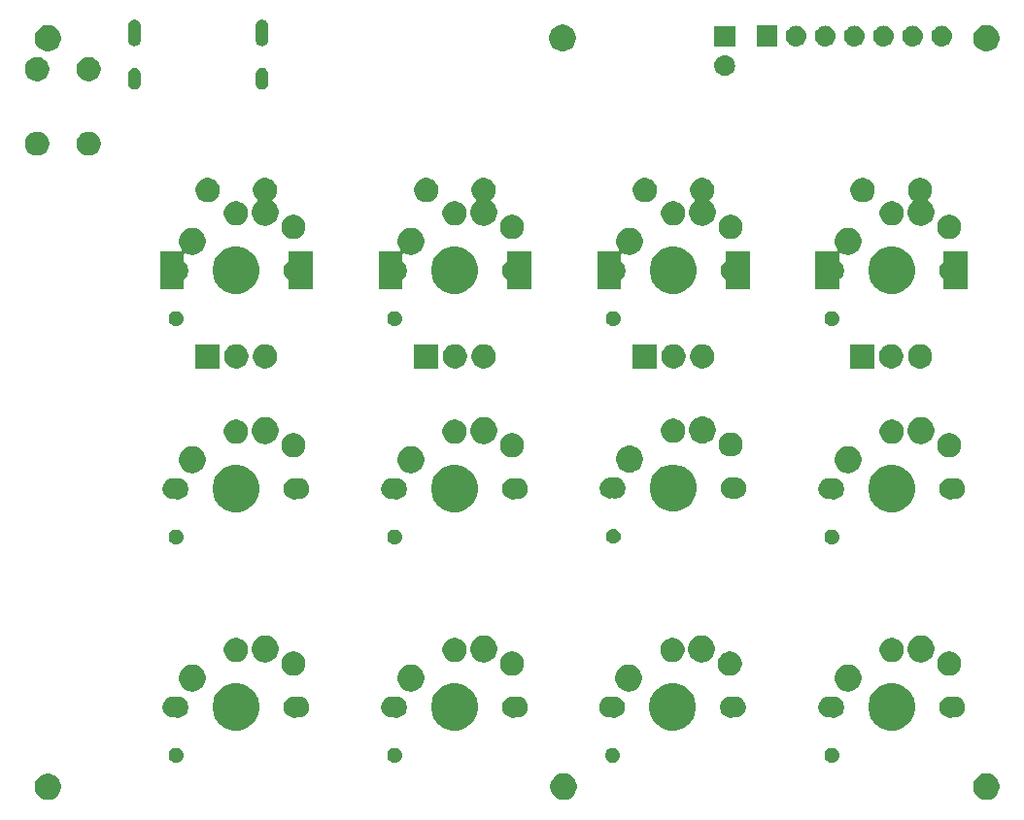
<source format=gbr>
G04 #@! TF.GenerationSoftware,KiCad,Pcbnew,(5.0.2)-1*
G04 #@! TF.CreationDate,2019-04-24T00:03:05-04:00*
G04 #@! TF.ProjectId,4x5macro,3478356d-6163-4726-9f2e-6b696361645f,rev?*
G04 #@! TF.SameCoordinates,Original*
G04 #@! TF.FileFunction,Soldermask,Bot*
G04 #@! TF.FilePolarity,Negative*
%FSLAX46Y46*%
G04 Gerber Fmt 4.6, Leading zero omitted, Abs format (unit mm)*
G04 Created by KiCad (PCBNEW (5.0.2)-1) date 4/24/2019 12:03:05 AM*
%MOMM*%
%LPD*%
G01*
G04 APERTURE LIST*
%ADD10C,0.100000*%
G04 APERTURE END LIST*
D10*
G36*
X172103234Y-108710132D02*
X172312702Y-108796896D01*
X172501223Y-108922862D01*
X172661538Y-109083177D01*
X172787504Y-109271698D01*
X172874268Y-109481166D01*
X172918500Y-109703535D01*
X172918500Y-109930265D01*
X172874268Y-110152634D01*
X172787504Y-110362102D01*
X172661538Y-110550623D01*
X172501223Y-110710938D01*
X172312702Y-110836904D01*
X172103234Y-110923668D01*
X171880865Y-110967900D01*
X171654135Y-110967900D01*
X171431766Y-110923668D01*
X171222298Y-110836904D01*
X171033777Y-110710938D01*
X170873462Y-110550623D01*
X170747496Y-110362102D01*
X170660732Y-110152634D01*
X170616500Y-109930265D01*
X170616500Y-109703535D01*
X170660732Y-109481166D01*
X170747496Y-109271698D01*
X170873462Y-109083177D01*
X171033777Y-108922862D01*
X171222298Y-108796896D01*
X171431766Y-108710132D01*
X171654135Y-108665900D01*
X171880865Y-108665900D01*
X172103234Y-108710132D01*
X172103234Y-108710132D01*
G37*
G36*
X253891234Y-108697432D02*
X254100702Y-108784196D01*
X254289223Y-108910162D01*
X254449538Y-109070477D01*
X254575504Y-109258998D01*
X254662268Y-109468466D01*
X254706500Y-109690835D01*
X254706500Y-109917565D01*
X254662268Y-110139934D01*
X254575504Y-110349402D01*
X254449538Y-110537923D01*
X254289223Y-110698238D01*
X254100702Y-110824204D01*
X253891234Y-110910968D01*
X253668865Y-110955200D01*
X253442135Y-110955200D01*
X253219766Y-110910968D01*
X253010298Y-110824204D01*
X252821777Y-110698238D01*
X252661462Y-110537923D01*
X252535496Y-110349402D01*
X252448732Y-110139934D01*
X252404500Y-109917565D01*
X252404500Y-109690835D01*
X252448732Y-109468466D01*
X252535496Y-109258998D01*
X252661462Y-109070477D01*
X252821777Y-108910162D01*
X253010298Y-108784196D01*
X253219766Y-108697432D01*
X253442135Y-108653200D01*
X253668865Y-108653200D01*
X253891234Y-108697432D01*
X253891234Y-108697432D01*
G37*
G36*
X217035834Y-108697432D02*
X217245302Y-108784196D01*
X217433823Y-108910162D01*
X217594138Y-109070477D01*
X217720104Y-109258998D01*
X217806868Y-109468466D01*
X217851100Y-109690835D01*
X217851100Y-109917565D01*
X217806868Y-110139934D01*
X217720104Y-110349402D01*
X217594138Y-110537923D01*
X217433823Y-110698238D01*
X217245302Y-110824204D01*
X217035834Y-110910968D01*
X216813465Y-110955200D01*
X216586735Y-110955200D01*
X216364366Y-110910968D01*
X216154898Y-110824204D01*
X215966377Y-110698238D01*
X215806062Y-110537923D01*
X215680096Y-110349402D01*
X215593332Y-110139934D01*
X215549100Y-109917565D01*
X215549100Y-109690835D01*
X215593332Y-109468466D01*
X215680096Y-109258998D01*
X215806062Y-109070477D01*
X215966377Y-108910162D01*
X216154898Y-108784196D01*
X216364366Y-108697432D01*
X216586735Y-108653200D01*
X216813465Y-108653200D01*
X217035834Y-108697432D01*
X217035834Y-108697432D01*
G37*
G36*
X240270390Y-106444017D02*
X240388861Y-106493089D01*
X240495492Y-106564338D01*
X240586162Y-106655008D01*
X240657411Y-106761639D01*
X240706483Y-106880110D01*
X240731500Y-107005881D01*
X240731500Y-107134119D01*
X240706483Y-107259890D01*
X240657411Y-107378361D01*
X240586162Y-107484992D01*
X240495492Y-107575662D01*
X240388861Y-107646911D01*
X240270390Y-107695983D01*
X240144619Y-107721000D01*
X240016381Y-107721000D01*
X239890610Y-107695983D01*
X239772139Y-107646911D01*
X239665508Y-107575662D01*
X239574838Y-107484992D01*
X239503589Y-107378361D01*
X239454517Y-107259890D01*
X239429500Y-107134119D01*
X239429500Y-107005881D01*
X239454517Y-106880110D01*
X239503589Y-106761639D01*
X239574838Y-106655008D01*
X239665508Y-106564338D01*
X239772139Y-106493089D01*
X239890610Y-106444017D01*
X240016381Y-106419000D01*
X240144619Y-106419000D01*
X240270390Y-106444017D01*
X240270390Y-106444017D01*
G37*
G36*
X221156890Y-106444017D02*
X221275361Y-106493089D01*
X221381992Y-106564338D01*
X221472662Y-106655008D01*
X221543911Y-106761639D01*
X221592983Y-106880110D01*
X221618000Y-107005881D01*
X221618000Y-107134119D01*
X221592983Y-107259890D01*
X221543911Y-107378361D01*
X221472662Y-107484992D01*
X221381992Y-107575662D01*
X221275361Y-107646911D01*
X221156890Y-107695983D01*
X221031119Y-107721000D01*
X220902881Y-107721000D01*
X220777110Y-107695983D01*
X220658639Y-107646911D01*
X220552008Y-107575662D01*
X220461338Y-107484992D01*
X220390089Y-107378361D01*
X220341017Y-107259890D01*
X220316000Y-107134119D01*
X220316000Y-107005881D01*
X220341017Y-106880110D01*
X220390089Y-106761639D01*
X220461338Y-106655008D01*
X220552008Y-106564338D01*
X220658639Y-106493089D01*
X220777110Y-106444017D01*
X220902881Y-106419000D01*
X221031119Y-106419000D01*
X221156890Y-106444017D01*
X221156890Y-106444017D01*
G37*
G36*
X202170390Y-106444017D02*
X202288861Y-106493089D01*
X202395492Y-106564338D01*
X202486162Y-106655008D01*
X202557411Y-106761639D01*
X202606483Y-106880110D01*
X202631500Y-107005881D01*
X202631500Y-107134119D01*
X202606483Y-107259890D01*
X202557411Y-107378361D01*
X202486162Y-107484992D01*
X202395492Y-107575662D01*
X202288861Y-107646911D01*
X202170390Y-107695983D01*
X202044619Y-107721000D01*
X201916381Y-107721000D01*
X201790610Y-107695983D01*
X201672139Y-107646911D01*
X201565508Y-107575662D01*
X201474838Y-107484992D01*
X201403589Y-107378361D01*
X201354517Y-107259890D01*
X201329500Y-107134119D01*
X201329500Y-107005881D01*
X201354517Y-106880110D01*
X201403589Y-106761639D01*
X201474838Y-106655008D01*
X201565508Y-106564338D01*
X201672139Y-106493089D01*
X201790610Y-106444017D01*
X201916381Y-106419000D01*
X202044619Y-106419000D01*
X202170390Y-106444017D01*
X202170390Y-106444017D01*
G37*
G36*
X183120390Y-106444017D02*
X183238861Y-106493089D01*
X183345492Y-106564338D01*
X183436162Y-106655008D01*
X183507411Y-106761639D01*
X183556483Y-106880110D01*
X183581500Y-107005881D01*
X183581500Y-107134119D01*
X183556483Y-107259890D01*
X183507411Y-107378361D01*
X183436162Y-107484992D01*
X183345492Y-107575662D01*
X183238861Y-107646911D01*
X183120390Y-107695983D01*
X182994619Y-107721000D01*
X182866381Y-107721000D01*
X182740610Y-107695983D01*
X182622139Y-107646911D01*
X182515508Y-107575662D01*
X182424838Y-107484992D01*
X182353589Y-107378361D01*
X182304517Y-107259890D01*
X182279500Y-107134119D01*
X182279500Y-107005881D01*
X182304517Y-106880110D01*
X182353589Y-106761639D01*
X182424838Y-106655008D01*
X182515508Y-106564338D01*
X182622139Y-106493089D01*
X182740610Y-106444017D01*
X182866381Y-106419000D01*
X182994619Y-106419000D01*
X183120390Y-106444017D01*
X183120390Y-106444017D01*
G37*
G36*
X207796972Y-100903684D02*
X207796974Y-100903685D01*
X207796975Y-100903685D01*
X208169123Y-101057833D01*
X208504048Y-101281623D01*
X208788877Y-101566452D01*
X209012667Y-101901377D01*
X209123996Y-102170150D01*
X209166816Y-102273528D01*
X209245400Y-102668594D01*
X209245400Y-103071406D01*
X209171216Y-103444354D01*
X209166815Y-103466475D01*
X209012667Y-103838623D01*
X208788877Y-104173548D01*
X208504048Y-104458377D01*
X208169123Y-104682167D01*
X207796975Y-104836315D01*
X207796974Y-104836315D01*
X207796972Y-104836316D01*
X207401906Y-104914900D01*
X206999094Y-104914900D01*
X206604028Y-104836316D01*
X206604026Y-104836315D01*
X206604025Y-104836315D01*
X206231877Y-104682167D01*
X205896952Y-104458377D01*
X205612123Y-104173548D01*
X205388333Y-103838623D01*
X205234185Y-103466475D01*
X205229785Y-103444354D01*
X205155600Y-103071406D01*
X205155600Y-102668594D01*
X205234184Y-102273528D01*
X205277004Y-102170150D01*
X205388333Y-101901377D01*
X205612123Y-101566452D01*
X205896952Y-101281623D01*
X206231877Y-101057833D01*
X206604025Y-100903685D01*
X206604026Y-100903685D01*
X206604028Y-100903684D01*
X206999094Y-100825100D01*
X207401906Y-100825100D01*
X207796972Y-100903684D01*
X207796972Y-100903684D01*
G37*
G36*
X245896972Y-100903684D02*
X245896974Y-100903685D01*
X245896975Y-100903685D01*
X246269123Y-101057833D01*
X246604048Y-101281623D01*
X246888877Y-101566452D01*
X247112667Y-101901377D01*
X247223996Y-102170150D01*
X247266816Y-102273528D01*
X247345400Y-102668594D01*
X247345400Y-103071406D01*
X247271216Y-103444354D01*
X247266815Y-103466475D01*
X247112667Y-103838623D01*
X246888877Y-104173548D01*
X246604048Y-104458377D01*
X246269123Y-104682167D01*
X245896975Y-104836315D01*
X245896974Y-104836315D01*
X245896972Y-104836316D01*
X245501906Y-104914900D01*
X245099094Y-104914900D01*
X244704028Y-104836316D01*
X244704026Y-104836315D01*
X244704025Y-104836315D01*
X244331877Y-104682167D01*
X243996952Y-104458377D01*
X243712123Y-104173548D01*
X243488333Y-103838623D01*
X243334185Y-103466475D01*
X243329785Y-103444354D01*
X243255600Y-103071406D01*
X243255600Y-102668594D01*
X243334184Y-102273528D01*
X243377004Y-102170150D01*
X243488333Y-101901377D01*
X243712123Y-101566452D01*
X243996952Y-101281623D01*
X244331877Y-101057833D01*
X244704025Y-100903685D01*
X244704026Y-100903685D01*
X244704028Y-100903684D01*
X245099094Y-100825100D01*
X245501906Y-100825100D01*
X245896972Y-100903684D01*
X245896972Y-100903684D01*
G37*
G36*
X226783472Y-100903684D02*
X226783474Y-100903685D01*
X226783475Y-100903685D01*
X227155623Y-101057833D01*
X227490548Y-101281623D01*
X227775377Y-101566452D01*
X227999167Y-101901377D01*
X228110496Y-102170150D01*
X228153316Y-102273528D01*
X228231900Y-102668594D01*
X228231900Y-103071406D01*
X228157716Y-103444354D01*
X228153315Y-103466475D01*
X227999167Y-103838623D01*
X227775377Y-104173548D01*
X227490548Y-104458377D01*
X227155623Y-104682167D01*
X226783475Y-104836315D01*
X226783474Y-104836315D01*
X226783472Y-104836316D01*
X226388406Y-104914900D01*
X225985594Y-104914900D01*
X225590528Y-104836316D01*
X225590526Y-104836315D01*
X225590525Y-104836315D01*
X225218377Y-104682167D01*
X224883452Y-104458377D01*
X224598623Y-104173548D01*
X224374833Y-103838623D01*
X224220685Y-103466475D01*
X224216285Y-103444354D01*
X224142100Y-103071406D01*
X224142100Y-102668594D01*
X224220684Y-102273528D01*
X224263504Y-102170150D01*
X224374833Y-101901377D01*
X224598623Y-101566452D01*
X224883452Y-101281623D01*
X225218377Y-101057833D01*
X225590525Y-100903685D01*
X225590526Y-100903685D01*
X225590528Y-100903684D01*
X225985594Y-100825100D01*
X226388406Y-100825100D01*
X226783472Y-100903684D01*
X226783472Y-100903684D01*
G37*
G36*
X188746972Y-100903684D02*
X188746974Y-100903685D01*
X188746975Y-100903685D01*
X189119123Y-101057833D01*
X189454048Y-101281623D01*
X189738877Y-101566452D01*
X189962667Y-101901377D01*
X190073996Y-102170150D01*
X190116816Y-102273528D01*
X190195400Y-102668594D01*
X190195400Y-103071406D01*
X190121216Y-103444354D01*
X190116815Y-103466475D01*
X189962667Y-103838623D01*
X189738877Y-104173548D01*
X189454048Y-104458377D01*
X189119123Y-104682167D01*
X188746975Y-104836315D01*
X188746974Y-104836315D01*
X188746972Y-104836316D01*
X188351906Y-104914900D01*
X187949094Y-104914900D01*
X187554028Y-104836316D01*
X187554026Y-104836315D01*
X187554025Y-104836315D01*
X187181877Y-104682167D01*
X186846952Y-104458377D01*
X186562123Y-104173548D01*
X186338333Y-103838623D01*
X186184185Y-103466475D01*
X186179785Y-103444354D01*
X186105600Y-103071406D01*
X186105600Y-102668594D01*
X186184184Y-102273528D01*
X186227004Y-102170150D01*
X186338333Y-101901377D01*
X186562123Y-101566452D01*
X186846952Y-101281623D01*
X187181877Y-101057833D01*
X187554025Y-100903685D01*
X187554026Y-100903685D01*
X187554028Y-100903684D01*
X187949094Y-100825100D01*
X188351906Y-100825100D01*
X188746972Y-100903684D01*
X188746972Y-100903684D01*
G37*
G36*
X250630200Y-101975526D02*
X250654571Y-101977927D01*
X250678950Y-101975526D01*
X250711759Y-101969000D01*
X250889241Y-101969000D01*
X251063312Y-102003624D01*
X251227284Y-102071544D01*
X251374854Y-102170147D01*
X251500353Y-102295646D01*
X251598956Y-102443216D01*
X251666876Y-102607188D01*
X251701500Y-102781259D01*
X251701500Y-102958741D01*
X251666876Y-103132812D01*
X251598956Y-103296784D01*
X251500353Y-103444354D01*
X251374854Y-103569853D01*
X251227284Y-103668456D01*
X251063312Y-103736376D01*
X250889241Y-103771000D01*
X250711759Y-103771000D01*
X250678950Y-103764474D01*
X250654574Y-103762073D01*
X250630200Y-103764474D01*
X250471703Y-103796000D01*
X250289297Y-103796000D01*
X250110396Y-103760415D01*
X249941874Y-103690611D01*
X249790209Y-103589272D01*
X249661228Y-103460291D01*
X249559889Y-103308626D01*
X249490085Y-103140104D01*
X249454500Y-102961203D01*
X249454500Y-102778797D01*
X249490085Y-102599896D01*
X249559889Y-102431374D01*
X249661228Y-102279709D01*
X249790209Y-102150728D01*
X249941874Y-102049389D01*
X250110396Y-101979585D01*
X250289297Y-101944000D01*
X250471703Y-101944000D01*
X250630200Y-101975526D01*
X250630200Y-101975526D01*
G37*
G36*
X202390604Y-101979585D02*
X202559126Y-102049389D01*
X202710791Y-102150728D01*
X202839772Y-102279709D01*
X202941111Y-102431374D01*
X203010915Y-102599896D01*
X203046500Y-102778797D01*
X203046500Y-102961203D01*
X203010915Y-103140104D01*
X202941111Y-103308626D01*
X202839772Y-103460291D01*
X202710791Y-103589272D01*
X202559126Y-103690611D01*
X202390604Y-103760415D01*
X202211703Y-103796000D01*
X202029297Y-103796000D01*
X201870800Y-103764474D01*
X201846429Y-103762073D01*
X201822050Y-103764474D01*
X201789241Y-103771000D01*
X201611759Y-103771000D01*
X201437688Y-103736376D01*
X201273716Y-103668456D01*
X201126146Y-103569853D01*
X201000647Y-103444354D01*
X200902044Y-103296784D01*
X200834124Y-103132812D01*
X200799500Y-102958741D01*
X200799500Y-102781259D01*
X200834124Y-102607188D01*
X200902044Y-102443216D01*
X201000647Y-102295646D01*
X201126146Y-102170147D01*
X201273716Y-102071544D01*
X201437688Y-102003624D01*
X201611759Y-101969000D01*
X201789241Y-101969000D01*
X201822050Y-101975526D01*
X201846426Y-101977927D01*
X201870800Y-101975526D01*
X202029297Y-101944000D01*
X202211703Y-101944000D01*
X202390604Y-101979585D01*
X202390604Y-101979585D01*
G37*
G36*
X212530200Y-101975526D02*
X212554571Y-101977927D01*
X212578950Y-101975526D01*
X212611759Y-101969000D01*
X212789241Y-101969000D01*
X212963312Y-102003624D01*
X213127284Y-102071544D01*
X213274854Y-102170147D01*
X213400353Y-102295646D01*
X213498956Y-102443216D01*
X213566876Y-102607188D01*
X213601500Y-102781259D01*
X213601500Y-102958741D01*
X213566876Y-103132812D01*
X213498956Y-103296784D01*
X213400353Y-103444354D01*
X213274854Y-103569853D01*
X213127284Y-103668456D01*
X212963312Y-103736376D01*
X212789241Y-103771000D01*
X212611759Y-103771000D01*
X212578950Y-103764474D01*
X212554574Y-103762073D01*
X212530200Y-103764474D01*
X212371703Y-103796000D01*
X212189297Y-103796000D01*
X212010396Y-103760415D01*
X211841874Y-103690611D01*
X211690209Y-103589272D01*
X211561228Y-103460291D01*
X211459889Y-103308626D01*
X211390085Y-103140104D01*
X211354500Y-102961203D01*
X211354500Y-102778797D01*
X211390085Y-102599896D01*
X211459889Y-102431374D01*
X211561228Y-102279709D01*
X211690209Y-102150728D01*
X211841874Y-102049389D01*
X212010396Y-101979585D01*
X212189297Y-101944000D01*
X212371703Y-101944000D01*
X212530200Y-101975526D01*
X212530200Y-101975526D01*
G37*
G36*
X193480200Y-101975526D02*
X193504571Y-101977927D01*
X193528950Y-101975526D01*
X193561759Y-101969000D01*
X193739241Y-101969000D01*
X193913312Y-102003624D01*
X194077284Y-102071544D01*
X194224854Y-102170147D01*
X194350353Y-102295646D01*
X194448956Y-102443216D01*
X194516876Y-102607188D01*
X194551500Y-102781259D01*
X194551500Y-102958741D01*
X194516876Y-103132812D01*
X194448956Y-103296784D01*
X194350353Y-103444354D01*
X194224854Y-103569853D01*
X194077284Y-103668456D01*
X193913312Y-103736376D01*
X193739241Y-103771000D01*
X193561759Y-103771000D01*
X193528950Y-103764474D01*
X193504574Y-103762073D01*
X193480200Y-103764474D01*
X193321703Y-103796000D01*
X193139297Y-103796000D01*
X192960396Y-103760415D01*
X192791874Y-103690611D01*
X192640209Y-103589272D01*
X192511228Y-103460291D01*
X192409889Y-103308626D01*
X192340085Y-103140104D01*
X192304500Y-102961203D01*
X192304500Y-102778797D01*
X192340085Y-102599896D01*
X192409889Y-102431374D01*
X192511228Y-102279709D01*
X192640209Y-102150728D01*
X192791874Y-102049389D01*
X192960396Y-101979585D01*
X193139297Y-101944000D01*
X193321703Y-101944000D01*
X193480200Y-101975526D01*
X193480200Y-101975526D01*
G37*
G36*
X183340604Y-101979585D02*
X183509126Y-102049389D01*
X183660791Y-102150728D01*
X183789772Y-102279709D01*
X183891111Y-102431374D01*
X183960915Y-102599896D01*
X183996500Y-102778797D01*
X183996500Y-102961203D01*
X183960915Y-103140104D01*
X183891111Y-103308626D01*
X183789772Y-103460291D01*
X183660791Y-103589272D01*
X183509126Y-103690611D01*
X183340604Y-103760415D01*
X183161703Y-103796000D01*
X182979297Y-103796000D01*
X182820800Y-103764474D01*
X182796429Y-103762073D01*
X182772050Y-103764474D01*
X182739241Y-103771000D01*
X182561759Y-103771000D01*
X182387688Y-103736376D01*
X182223716Y-103668456D01*
X182076146Y-103569853D01*
X181950647Y-103444354D01*
X181852044Y-103296784D01*
X181784124Y-103132812D01*
X181749500Y-102958741D01*
X181749500Y-102781259D01*
X181784124Y-102607188D01*
X181852044Y-102443216D01*
X181950647Y-102295646D01*
X182076146Y-102170147D01*
X182223716Y-102071544D01*
X182387688Y-102003624D01*
X182561759Y-101969000D01*
X182739241Y-101969000D01*
X182772050Y-101975526D01*
X182796426Y-101977927D01*
X182820800Y-101975526D01*
X182979297Y-101944000D01*
X183161703Y-101944000D01*
X183340604Y-101979585D01*
X183340604Y-101979585D01*
G37*
G36*
X221377104Y-101979585D02*
X221545626Y-102049389D01*
X221697291Y-102150728D01*
X221826272Y-102279709D01*
X221927611Y-102431374D01*
X221997415Y-102599896D01*
X222033000Y-102778797D01*
X222033000Y-102961203D01*
X221997415Y-103140104D01*
X221927611Y-103308626D01*
X221826272Y-103460291D01*
X221697291Y-103589272D01*
X221545626Y-103690611D01*
X221377104Y-103760415D01*
X221198203Y-103796000D01*
X221015797Y-103796000D01*
X220857300Y-103764474D01*
X220832929Y-103762073D01*
X220808550Y-103764474D01*
X220775741Y-103771000D01*
X220598259Y-103771000D01*
X220424188Y-103736376D01*
X220260216Y-103668456D01*
X220112646Y-103569853D01*
X219987147Y-103444354D01*
X219888544Y-103296784D01*
X219820624Y-103132812D01*
X219786000Y-102958741D01*
X219786000Y-102781259D01*
X219820624Y-102607188D01*
X219888544Y-102443216D01*
X219987147Y-102295646D01*
X220112646Y-102170147D01*
X220260216Y-102071544D01*
X220424188Y-102003624D01*
X220598259Y-101969000D01*
X220775741Y-101969000D01*
X220808550Y-101975526D01*
X220832926Y-101977927D01*
X220857300Y-101975526D01*
X221015797Y-101944000D01*
X221198203Y-101944000D01*
X221377104Y-101979585D01*
X221377104Y-101979585D01*
G37*
G36*
X231516700Y-101975526D02*
X231541071Y-101977927D01*
X231565450Y-101975526D01*
X231598259Y-101969000D01*
X231775741Y-101969000D01*
X231949812Y-102003624D01*
X232113784Y-102071544D01*
X232261354Y-102170147D01*
X232386853Y-102295646D01*
X232485456Y-102443216D01*
X232553376Y-102607188D01*
X232588000Y-102781259D01*
X232588000Y-102958741D01*
X232553376Y-103132812D01*
X232485456Y-103296784D01*
X232386853Y-103444354D01*
X232261354Y-103569853D01*
X232113784Y-103668456D01*
X231949812Y-103736376D01*
X231775741Y-103771000D01*
X231598259Y-103771000D01*
X231565450Y-103764474D01*
X231541074Y-103762073D01*
X231516700Y-103764474D01*
X231358203Y-103796000D01*
X231175797Y-103796000D01*
X230996896Y-103760415D01*
X230828374Y-103690611D01*
X230676709Y-103589272D01*
X230547728Y-103460291D01*
X230446389Y-103308626D01*
X230376585Y-103140104D01*
X230341000Y-102961203D01*
X230341000Y-102778797D01*
X230376585Y-102599896D01*
X230446389Y-102431374D01*
X230547728Y-102279709D01*
X230676709Y-102150728D01*
X230828374Y-102049389D01*
X230996896Y-101979585D01*
X231175797Y-101944000D01*
X231358203Y-101944000D01*
X231516700Y-101975526D01*
X231516700Y-101975526D01*
G37*
G36*
X240490604Y-101979585D02*
X240659126Y-102049389D01*
X240810791Y-102150728D01*
X240939772Y-102279709D01*
X241041111Y-102431374D01*
X241110915Y-102599896D01*
X241146500Y-102778797D01*
X241146500Y-102961203D01*
X241110915Y-103140104D01*
X241041111Y-103308626D01*
X240939772Y-103460291D01*
X240810791Y-103589272D01*
X240659126Y-103690611D01*
X240490604Y-103760415D01*
X240311703Y-103796000D01*
X240129297Y-103796000D01*
X239970800Y-103764474D01*
X239946429Y-103762073D01*
X239922050Y-103764474D01*
X239889241Y-103771000D01*
X239711759Y-103771000D01*
X239537688Y-103736376D01*
X239373716Y-103668456D01*
X239226146Y-103569853D01*
X239100647Y-103444354D01*
X239002044Y-103296784D01*
X238934124Y-103132812D01*
X238899500Y-102958741D01*
X238899500Y-102781259D01*
X238934124Y-102607188D01*
X239002044Y-102443216D01*
X239100647Y-102295646D01*
X239226146Y-102170147D01*
X239373716Y-102071544D01*
X239537688Y-102003624D01*
X239711759Y-101969000D01*
X239889241Y-101969000D01*
X239922050Y-101975526D01*
X239946426Y-101977927D01*
X239970800Y-101975526D01*
X240129297Y-101944000D01*
X240311703Y-101944000D01*
X240490604Y-101979585D01*
X240490604Y-101979585D01*
G37*
G36*
X222590930Y-99173514D02*
X222720027Y-99199193D01*
X222934045Y-99287842D01*
X223066828Y-99376565D01*
X223126659Y-99416543D01*
X223290457Y-99580341D01*
X223290459Y-99580344D01*
X223419158Y-99772955D01*
X223507807Y-99986973D01*
X223553000Y-100214174D01*
X223553000Y-100445826D01*
X223507807Y-100673027D01*
X223419158Y-100887045D01*
X223408040Y-100903684D01*
X223290457Y-101079659D01*
X223126659Y-101243457D01*
X223126656Y-101243459D01*
X222934045Y-101372158D01*
X222720027Y-101460807D01*
X222606426Y-101483404D01*
X222492827Y-101506000D01*
X222261173Y-101506000D01*
X222147574Y-101483404D01*
X222033973Y-101460807D01*
X221819955Y-101372158D01*
X221627344Y-101243459D01*
X221627341Y-101243457D01*
X221463543Y-101079659D01*
X221345960Y-100903684D01*
X221334842Y-100887045D01*
X221246193Y-100673027D01*
X221201000Y-100445826D01*
X221201000Y-100214174D01*
X221246193Y-99986973D01*
X221334842Y-99772955D01*
X221463541Y-99580344D01*
X221463543Y-99580341D01*
X221627341Y-99416543D01*
X221687172Y-99376565D01*
X221819955Y-99287842D01*
X222033973Y-99199193D01*
X222163070Y-99173514D01*
X222261173Y-99154000D01*
X222492827Y-99154000D01*
X222590930Y-99173514D01*
X222590930Y-99173514D01*
G37*
G36*
X241704430Y-99173514D02*
X241833527Y-99199193D01*
X242047545Y-99287842D01*
X242180328Y-99376565D01*
X242240159Y-99416543D01*
X242403957Y-99580341D01*
X242403959Y-99580344D01*
X242532658Y-99772955D01*
X242621307Y-99986973D01*
X242666500Y-100214174D01*
X242666500Y-100445826D01*
X242621307Y-100673027D01*
X242532658Y-100887045D01*
X242521540Y-100903684D01*
X242403957Y-101079659D01*
X242240159Y-101243457D01*
X242240156Y-101243459D01*
X242047545Y-101372158D01*
X241833527Y-101460807D01*
X241719926Y-101483404D01*
X241606327Y-101506000D01*
X241374673Y-101506000D01*
X241261074Y-101483404D01*
X241147473Y-101460807D01*
X240933455Y-101372158D01*
X240740844Y-101243459D01*
X240740841Y-101243457D01*
X240577043Y-101079659D01*
X240459460Y-100903684D01*
X240448342Y-100887045D01*
X240359693Y-100673027D01*
X240314500Y-100445826D01*
X240314500Y-100214174D01*
X240359693Y-99986973D01*
X240448342Y-99772955D01*
X240577041Y-99580344D01*
X240577043Y-99580341D01*
X240740841Y-99416543D01*
X240800672Y-99376565D01*
X240933455Y-99287842D01*
X241147473Y-99199193D01*
X241276570Y-99173514D01*
X241374673Y-99154000D01*
X241606327Y-99154000D01*
X241704430Y-99173514D01*
X241704430Y-99173514D01*
G37*
G36*
X203604430Y-99173514D02*
X203733527Y-99199193D01*
X203947545Y-99287842D01*
X204080328Y-99376565D01*
X204140159Y-99416543D01*
X204303957Y-99580341D01*
X204303959Y-99580344D01*
X204432658Y-99772955D01*
X204521307Y-99986973D01*
X204566500Y-100214174D01*
X204566500Y-100445826D01*
X204521307Y-100673027D01*
X204432658Y-100887045D01*
X204421540Y-100903684D01*
X204303957Y-101079659D01*
X204140159Y-101243457D01*
X204140156Y-101243459D01*
X203947545Y-101372158D01*
X203733527Y-101460807D01*
X203619926Y-101483404D01*
X203506327Y-101506000D01*
X203274673Y-101506000D01*
X203161074Y-101483404D01*
X203047473Y-101460807D01*
X202833455Y-101372158D01*
X202640844Y-101243459D01*
X202640841Y-101243457D01*
X202477043Y-101079659D01*
X202359460Y-100903684D01*
X202348342Y-100887045D01*
X202259693Y-100673027D01*
X202214500Y-100445826D01*
X202214500Y-100214174D01*
X202259693Y-99986973D01*
X202348342Y-99772955D01*
X202477041Y-99580344D01*
X202477043Y-99580341D01*
X202640841Y-99416543D01*
X202700672Y-99376565D01*
X202833455Y-99287842D01*
X203047473Y-99199193D01*
X203176570Y-99173514D01*
X203274673Y-99154000D01*
X203506327Y-99154000D01*
X203604430Y-99173514D01*
X203604430Y-99173514D01*
G37*
G36*
X184554430Y-99173514D02*
X184683527Y-99199193D01*
X184897545Y-99287842D01*
X185030328Y-99376565D01*
X185090159Y-99416543D01*
X185253957Y-99580341D01*
X185253959Y-99580344D01*
X185382658Y-99772955D01*
X185471307Y-99986973D01*
X185516500Y-100214174D01*
X185516500Y-100445826D01*
X185471307Y-100673027D01*
X185382658Y-100887045D01*
X185371540Y-100903684D01*
X185253957Y-101079659D01*
X185090159Y-101243457D01*
X185090156Y-101243459D01*
X184897545Y-101372158D01*
X184683527Y-101460807D01*
X184569926Y-101483404D01*
X184456327Y-101506000D01*
X184224673Y-101506000D01*
X184111074Y-101483404D01*
X183997473Y-101460807D01*
X183783455Y-101372158D01*
X183590844Y-101243459D01*
X183590841Y-101243457D01*
X183427043Y-101079659D01*
X183309460Y-100903684D01*
X183298342Y-100887045D01*
X183209693Y-100673027D01*
X183164500Y-100445826D01*
X183164500Y-100214174D01*
X183209693Y-99986973D01*
X183298342Y-99772955D01*
X183427041Y-99580344D01*
X183427043Y-99580341D01*
X183590841Y-99416543D01*
X183650672Y-99376565D01*
X183783455Y-99287842D01*
X183997473Y-99199193D01*
X184126570Y-99173514D01*
X184224673Y-99154000D01*
X184456327Y-99154000D01*
X184554430Y-99173514D01*
X184554430Y-99173514D01*
G37*
G36*
X193457065Y-98059389D02*
X193648334Y-98138615D01*
X193820476Y-98253637D01*
X193966863Y-98400024D01*
X194081885Y-98572166D01*
X194161111Y-98763435D01*
X194201500Y-98966484D01*
X194201500Y-99173516D01*
X194161111Y-99376565D01*
X194081885Y-99567834D01*
X193966863Y-99739976D01*
X193820476Y-99886363D01*
X193648334Y-100001385D01*
X193457065Y-100080611D01*
X193254016Y-100121000D01*
X193046984Y-100121000D01*
X192843935Y-100080611D01*
X192652666Y-100001385D01*
X192480524Y-99886363D01*
X192334137Y-99739976D01*
X192219115Y-99567834D01*
X192139889Y-99376565D01*
X192099500Y-99173516D01*
X192099500Y-98966484D01*
X192139889Y-98763435D01*
X192219115Y-98572166D01*
X192334137Y-98400024D01*
X192480524Y-98253637D01*
X192652666Y-98138615D01*
X192843935Y-98059389D01*
X193046984Y-98019000D01*
X193254016Y-98019000D01*
X193457065Y-98059389D01*
X193457065Y-98059389D01*
G37*
G36*
X212507065Y-98059389D02*
X212698334Y-98138615D01*
X212870476Y-98253637D01*
X213016863Y-98400024D01*
X213131885Y-98572166D01*
X213211111Y-98763435D01*
X213251500Y-98966484D01*
X213251500Y-99173516D01*
X213211111Y-99376565D01*
X213131885Y-99567834D01*
X213016863Y-99739976D01*
X212870476Y-99886363D01*
X212698334Y-100001385D01*
X212507065Y-100080611D01*
X212304016Y-100121000D01*
X212096984Y-100121000D01*
X211893935Y-100080611D01*
X211702666Y-100001385D01*
X211530524Y-99886363D01*
X211384137Y-99739976D01*
X211269115Y-99567834D01*
X211189889Y-99376565D01*
X211149500Y-99173516D01*
X211149500Y-98966484D01*
X211189889Y-98763435D01*
X211269115Y-98572166D01*
X211384137Y-98400024D01*
X211530524Y-98253637D01*
X211702666Y-98138615D01*
X211893935Y-98059389D01*
X212096984Y-98019000D01*
X212304016Y-98019000D01*
X212507065Y-98059389D01*
X212507065Y-98059389D01*
G37*
G36*
X250607065Y-98059389D02*
X250798334Y-98138615D01*
X250970476Y-98253637D01*
X251116863Y-98400024D01*
X251231885Y-98572166D01*
X251311111Y-98763435D01*
X251351500Y-98966484D01*
X251351500Y-99173516D01*
X251311111Y-99376565D01*
X251231885Y-99567834D01*
X251116863Y-99739976D01*
X250970476Y-99886363D01*
X250798334Y-100001385D01*
X250607065Y-100080611D01*
X250404016Y-100121000D01*
X250196984Y-100121000D01*
X249993935Y-100080611D01*
X249802666Y-100001385D01*
X249630524Y-99886363D01*
X249484137Y-99739976D01*
X249369115Y-99567834D01*
X249289889Y-99376565D01*
X249249500Y-99173516D01*
X249249500Y-98966484D01*
X249289889Y-98763435D01*
X249369115Y-98572166D01*
X249484137Y-98400024D01*
X249630524Y-98253637D01*
X249802666Y-98138615D01*
X249993935Y-98059389D01*
X250196984Y-98019000D01*
X250404016Y-98019000D01*
X250607065Y-98059389D01*
X250607065Y-98059389D01*
G37*
G36*
X231493565Y-98059389D02*
X231684834Y-98138615D01*
X231856976Y-98253637D01*
X232003363Y-98400024D01*
X232118385Y-98572166D01*
X232197611Y-98763435D01*
X232238000Y-98966484D01*
X232238000Y-99173516D01*
X232197611Y-99376565D01*
X232118385Y-99567834D01*
X232003363Y-99739976D01*
X231856976Y-99886363D01*
X231684834Y-100001385D01*
X231493565Y-100080611D01*
X231290516Y-100121000D01*
X231083484Y-100121000D01*
X230880435Y-100080611D01*
X230689166Y-100001385D01*
X230517024Y-99886363D01*
X230370637Y-99739976D01*
X230255615Y-99567834D01*
X230176389Y-99376565D01*
X230136000Y-99173516D01*
X230136000Y-98966484D01*
X230176389Y-98763435D01*
X230255615Y-98572166D01*
X230370637Y-98400024D01*
X230517024Y-98253637D01*
X230689166Y-98138615D01*
X230880435Y-98059389D01*
X231083484Y-98019000D01*
X231290516Y-98019000D01*
X231493565Y-98059389D01*
X231493565Y-98059389D01*
G37*
G36*
X228956427Y-96636597D02*
X229070027Y-96659193D01*
X229284045Y-96747842D01*
X229390540Y-96819000D01*
X229476659Y-96876543D01*
X229640457Y-97040341D01*
X229640459Y-97040344D01*
X229769158Y-97232955D01*
X229857807Y-97446973D01*
X229903000Y-97674174D01*
X229903000Y-97905826D01*
X229857807Y-98133027D01*
X229769158Y-98347045D01*
X229733758Y-98400024D01*
X229640457Y-98539659D01*
X229476659Y-98703457D01*
X229476656Y-98703459D01*
X229284045Y-98832158D01*
X229070027Y-98920807D01*
X228956426Y-98943404D01*
X228842827Y-98966000D01*
X228611173Y-98966000D01*
X228497574Y-98943404D01*
X228383973Y-98920807D01*
X228169955Y-98832158D01*
X227977344Y-98703459D01*
X227977341Y-98703457D01*
X227813543Y-98539659D01*
X227720242Y-98400024D01*
X227684842Y-98347045D01*
X227596193Y-98133027D01*
X227551000Y-97905826D01*
X227551000Y-97674174D01*
X227596193Y-97446973D01*
X227684842Y-97232955D01*
X227813541Y-97040344D01*
X227813543Y-97040341D01*
X227977341Y-96876543D01*
X228063460Y-96819000D01*
X228169955Y-96747842D01*
X228383973Y-96659193D01*
X228497573Y-96636597D01*
X228611173Y-96614000D01*
X228842827Y-96614000D01*
X228956427Y-96636597D01*
X228956427Y-96636597D01*
G37*
G36*
X248069927Y-96636597D02*
X248183527Y-96659193D01*
X248397545Y-96747842D01*
X248504040Y-96819000D01*
X248590159Y-96876543D01*
X248753957Y-97040341D01*
X248753959Y-97040344D01*
X248882658Y-97232955D01*
X248971307Y-97446973D01*
X249016500Y-97674174D01*
X249016500Y-97905826D01*
X248971307Y-98133027D01*
X248882658Y-98347045D01*
X248847258Y-98400024D01*
X248753957Y-98539659D01*
X248590159Y-98703457D01*
X248590156Y-98703459D01*
X248397545Y-98832158D01*
X248183527Y-98920807D01*
X248069926Y-98943404D01*
X247956327Y-98966000D01*
X247724673Y-98966000D01*
X247611074Y-98943404D01*
X247497473Y-98920807D01*
X247283455Y-98832158D01*
X247090844Y-98703459D01*
X247090841Y-98703457D01*
X246927043Y-98539659D01*
X246833742Y-98400024D01*
X246798342Y-98347045D01*
X246709693Y-98133027D01*
X246664500Y-97905826D01*
X246664500Y-97674174D01*
X246709693Y-97446973D01*
X246798342Y-97232955D01*
X246927041Y-97040344D01*
X246927043Y-97040341D01*
X247090841Y-96876543D01*
X247176960Y-96819000D01*
X247283455Y-96747842D01*
X247497473Y-96659193D01*
X247611073Y-96636597D01*
X247724673Y-96614000D01*
X247956327Y-96614000D01*
X248069927Y-96636597D01*
X248069927Y-96636597D01*
G37*
G36*
X190919927Y-96636597D02*
X191033527Y-96659193D01*
X191247545Y-96747842D01*
X191354040Y-96819000D01*
X191440159Y-96876543D01*
X191603957Y-97040341D01*
X191603959Y-97040344D01*
X191732658Y-97232955D01*
X191821307Y-97446973D01*
X191866500Y-97674174D01*
X191866500Y-97905826D01*
X191821307Y-98133027D01*
X191732658Y-98347045D01*
X191697258Y-98400024D01*
X191603957Y-98539659D01*
X191440159Y-98703457D01*
X191440156Y-98703459D01*
X191247545Y-98832158D01*
X191033527Y-98920807D01*
X190919926Y-98943404D01*
X190806327Y-98966000D01*
X190574673Y-98966000D01*
X190461074Y-98943404D01*
X190347473Y-98920807D01*
X190133455Y-98832158D01*
X189940844Y-98703459D01*
X189940841Y-98703457D01*
X189777043Y-98539659D01*
X189683742Y-98400024D01*
X189648342Y-98347045D01*
X189559693Y-98133027D01*
X189514500Y-97905826D01*
X189514500Y-97674174D01*
X189559693Y-97446973D01*
X189648342Y-97232955D01*
X189777041Y-97040344D01*
X189777043Y-97040341D01*
X189940841Y-96876543D01*
X190026960Y-96819000D01*
X190133455Y-96747842D01*
X190347473Y-96659193D01*
X190461073Y-96636597D01*
X190574673Y-96614000D01*
X190806327Y-96614000D01*
X190919927Y-96636597D01*
X190919927Y-96636597D01*
G37*
G36*
X209969927Y-96636597D02*
X210083527Y-96659193D01*
X210297545Y-96747842D01*
X210404040Y-96819000D01*
X210490159Y-96876543D01*
X210653957Y-97040341D01*
X210653959Y-97040344D01*
X210782658Y-97232955D01*
X210871307Y-97446973D01*
X210916500Y-97674174D01*
X210916500Y-97905826D01*
X210871307Y-98133027D01*
X210782658Y-98347045D01*
X210747258Y-98400024D01*
X210653957Y-98539659D01*
X210490159Y-98703457D01*
X210490156Y-98703459D01*
X210297545Y-98832158D01*
X210083527Y-98920807D01*
X209969926Y-98943404D01*
X209856327Y-98966000D01*
X209624673Y-98966000D01*
X209511074Y-98943404D01*
X209397473Y-98920807D01*
X209183455Y-98832158D01*
X208990844Y-98703459D01*
X208990841Y-98703457D01*
X208827043Y-98539659D01*
X208733742Y-98400024D01*
X208698342Y-98347045D01*
X208609693Y-98133027D01*
X208564500Y-97905826D01*
X208564500Y-97674174D01*
X208609693Y-97446973D01*
X208698342Y-97232955D01*
X208827041Y-97040344D01*
X208827043Y-97040341D01*
X208990841Y-96876543D01*
X209076960Y-96819000D01*
X209183455Y-96747842D01*
X209397473Y-96659193D01*
X209511073Y-96636597D01*
X209624673Y-96614000D01*
X209856327Y-96614000D01*
X209969927Y-96636597D01*
X209969927Y-96636597D01*
G37*
G36*
X226493565Y-96859389D02*
X226684834Y-96938615D01*
X226856976Y-97053637D01*
X227003363Y-97200024D01*
X227118385Y-97372166D01*
X227197611Y-97563435D01*
X227238000Y-97766484D01*
X227238000Y-97973516D01*
X227197611Y-98176565D01*
X227118385Y-98367834D01*
X227003363Y-98539976D01*
X226856976Y-98686363D01*
X226684834Y-98801385D01*
X226493565Y-98880611D01*
X226290516Y-98921000D01*
X226083484Y-98921000D01*
X225880435Y-98880611D01*
X225689166Y-98801385D01*
X225517024Y-98686363D01*
X225370637Y-98539976D01*
X225255615Y-98367834D01*
X225176389Y-98176565D01*
X225136000Y-97973516D01*
X225136000Y-97766484D01*
X225176389Y-97563435D01*
X225255615Y-97372166D01*
X225370637Y-97200024D01*
X225517024Y-97053637D01*
X225689166Y-96938615D01*
X225880435Y-96859389D01*
X226083484Y-96819000D01*
X226290516Y-96819000D01*
X226493565Y-96859389D01*
X226493565Y-96859389D01*
G37*
G36*
X207507065Y-96859389D02*
X207698334Y-96938615D01*
X207870476Y-97053637D01*
X208016863Y-97200024D01*
X208131885Y-97372166D01*
X208211111Y-97563435D01*
X208251500Y-97766484D01*
X208251500Y-97973516D01*
X208211111Y-98176565D01*
X208131885Y-98367834D01*
X208016863Y-98539976D01*
X207870476Y-98686363D01*
X207698334Y-98801385D01*
X207507065Y-98880611D01*
X207304016Y-98921000D01*
X207096984Y-98921000D01*
X206893935Y-98880611D01*
X206702666Y-98801385D01*
X206530524Y-98686363D01*
X206384137Y-98539976D01*
X206269115Y-98367834D01*
X206189889Y-98176565D01*
X206149500Y-97973516D01*
X206149500Y-97766484D01*
X206189889Y-97563435D01*
X206269115Y-97372166D01*
X206384137Y-97200024D01*
X206530524Y-97053637D01*
X206702666Y-96938615D01*
X206893935Y-96859389D01*
X207096984Y-96819000D01*
X207304016Y-96819000D01*
X207507065Y-96859389D01*
X207507065Y-96859389D01*
G37*
G36*
X188457065Y-96859389D02*
X188648334Y-96938615D01*
X188820476Y-97053637D01*
X188966863Y-97200024D01*
X189081885Y-97372166D01*
X189161111Y-97563435D01*
X189201500Y-97766484D01*
X189201500Y-97973516D01*
X189161111Y-98176565D01*
X189081885Y-98367834D01*
X188966863Y-98539976D01*
X188820476Y-98686363D01*
X188648334Y-98801385D01*
X188457065Y-98880611D01*
X188254016Y-98921000D01*
X188046984Y-98921000D01*
X187843935Y-98880611D01*
X187652666Y-98801385D01*
X187480524Y-98686363D01*
X187334137Y-98539976D01*
X187219115Y-98367834D01*
X187139889Y-98176565D01*
X187099500Y-97973516D01*
X187099500Y-97766484D01*
X187139889Y-97563435D01*
X187219115Y-97372166D01*
X187334137Y-97200024D01*
X187480524Y-97053637D01*
X187652666Y-96938615D01*
X187843935Y-96859389D01*
X188046984Y-96819000D01*
X188254016Y-96819000D01*
X188457065Y-96859389D01*
X188457065Y-96859389D01*
G37*
G36*
X245607065Y-96859389D02*
X245798334Y-96938615D01*
X245970476Y-97053637D01*
X246116863Y-97200024D01*
X246231885Y-97372166D01*
X246311111Y-97563435D01*
X246351500Y-97766484D01*
X246351500Y-97973516D01*
X246311111Y-98176565D01*
X246231885Y-98367834D01*
X246116863Y-98539976D01*
X245970476Y-98686363D01*
X245798334Y-98801385D01*
X245607065Y-98880611D01*
X245404016Y-98921000D01*
X245196984Y-98921000D01*
X244993935Y-98880611D01*
X244802666Y-98801385D01*
X244630524Y-98686363D01*
X244484137Y-98539976D01*
X244369115Y-98367834D01*
X244289889Y-98176565D01*
X244249500Y-97973516D01*
X244249500Y-97766484D01*
X244289889Y-97563435D01*
X244369115Y-97372166D01*
X244484137Y-97200024D01*
X244630524Y-97053637D01*
X244802666Y-96938615D01*
X244993935Y-96859389D01*
X245196984Y-96819000D01*
X245404016Y-96819000D01*
X245607065Y-96859389D01*
X245607065Y-96859389D01*
G37*
G36*
X240270390Y-87394017D02*
X240388861Y-87443089D01*
X240495492Y-87514338D01*
X240586162Y-87605008D01*
X240586164Y-87605011D01*
X240586165Y-87605012D01*
X240657409Y-87711636D01*
X240657411Y-87711639D01*
X240706483Y-87830110D01*
X240731500Y-87955881D01*
X240731500Y-88084119D01*
X240706483Y-88209890D01*
X240657411Y-88328361D01*
X240586162Y-88434992D01*
X240495492Y-88525662D01*
X240388861Y-88596911D01*
X240270390Y-88645983D01*
X240144619Y-88671000D01*
X240016381Y-88671000D01*
X239890610Y-88645983D01*
X239772139Y-88596911D01*
X239665508Y-88525662D01*
X239574838Y-88434992D01*
X239503589Y-88328361D01*
X239454517Y-88209890D01*
X239429500Y-88084119D01*
X239429500Y-87955881D01*
X239454517Y-87830110D01*
X239503589Y-87711639D01*
X239503591Y-87711636D01*
X239574835Y-87605012D01*
X239574836Y-87605011D01*
X239574838Y-87605008D01*
X239665508Y-87514338D01*
X239772139Y-87443089D01*
X239890610Y-87394017D01*
X240016381Y-87369000D01*
X240144619Y-87369000D01*
X240270390Y-87394017D01*
X240270390Y-87394017D01*
G37*
G36*
X183120390Y-87394017D02*
X183238861Y-87443089D01*
X183345492Y-87514338D01*
X183436162Y-87605008D01*
X183436164Y-87605011D01*
X183436165Y-87605012D01*
X183507409Y-87711636D01*
X183507411Y-87711639D01*
X183556483Y-87830110D01*
X183581500Y-87955881D01*
X183581500Y-88084119D01*
X183556483Y-88209890D01*
X183507411Y-88328361D01*
X183436162Y-88434992D01*
X183345492Y-88525662D01*
X183238861Y-88596911D01*
X183120390Y-88645983D01*
X182994619Y-88671000D01*
X182866381Y-88671000D01*
X182740610Y-88645983D01*
X182622139Y-88596911D01*
X182515508Y-88525662D01*
X182424838Y-88434992D01*
X182353589Y-88328361D01*
X182304517Y-88209890D01*
X182279500Y-88084119D01*
X182279500Y-87955881D01*
X182304517Y-87830110D01*
X182353589Y-87711639D01*
X182353591Y-87711636D01*
X182424835Y-87605012D01*
X182424836Y-87605011D01*
X182424838Y-87605008D01*
X182515508Y-87514338D01*
X182622139Y-87443089D01*
X182740610Y-87394017D01*
X182866381Y-87369000D01*
X182994619Y-87369000D01*
X183120390Y-87394017D01*
X183120390Y-87394017D01*
G37*
G36*
X202170390Y-87394017D02*
X202288861Y-87443089D01*
X202395492Y-87514338D01*
X202486162Y-87605008D01*
X202486164Y-87605011D01*
X202486165Y-87605012D01*
X202557409Y-87711636D01*
X202557411Y-87711639D01*
X202606483Y-87830110D01*
X202631500Y-87955881D01*
X202631500Y-88084119D01*
X202606483Y-88209890D01*
X202557411Y-88328361D01*
X202486162Y-88434992D01*
X202395492Y-88525662D01*
X202288861Y-88596911D01*
X202170390Y-88645983D01*
X202044619Y-88671000D01*
X201916381Y-88671000D01*
X201790610Y-88645983D01*
X201672139Y-88596911D01*
X201565508Y-88525662D01*
X201474838Y-88434992D01*
X201403589Y-88328361D01*
X201354517Y-88209890D01*
X201329500Y-88084119D01*
X201329500Y-87955881D01*
X201354517Y-87830110D01*
X201403589Y-87711639D01*
X201403591Y-87711636D01*
X201474835Y-87605012D01*
X201474836Y-87605011D01*
X201474838Y-87605008D01*
X201565508Y-87514338D01*
X201672139Y-87443089D01*
X201790610Y-87394017D01*
X201916381Y-87369000D01*
X202044619Y-87369000D01*
X202170390Y-87394017D01*
X202170390Y-87394017D01*
G37*
G36*
X221220390Y-87330517D02*
X221338861Y-87379589D01*
X221445492Y-87450838D01*
X221536162Y-87541508D01*
X221607411Y-87648139D01*
X221656483Y-87766610D01*
X221681500Y-87892381D01*
X221681500Y-88020619D01*
X221656483Y-88146390D01*
X221607411Y-88264861D01*
X221607409Y-88264864D01*
X221564980Y-88328364D01*
X221536162Y-88371492D01*
X221445492Y-88462162D01*
X221338861Y-88533411D01*
X221220390Y-88582483D01*
X221094619Y-88607500D01*
X220966381Y-88607500D01*
X220840610Y-88582483D01*
X220722139Y-88533411D01*
X220615508Y-88462162D01*
X220524838Y-88371492D01*
X220496021Y-88328364D01*
X220453591Y-88264864D01*
X220453589Y-88264861D01*
X220404517Y-88146390D01*
X220379500Y-88020619D01*
X220379500Y-87892381D01*
X220404517Y-87766610D01*
X220453589Y-87648139D01*
X220524838Y-87541508D01*
X220615508Y-87450838D01*
X220722139Y-87379589D01*
X220840610Y-87330517D01*
X220966381Y-87305500D01*
X221094619Y-87305500D01*
X221220390Y-87330517D01*
X221220390Y-87330517D01*
G37*
G36*
X188746972Y-81853684D02*
X188746974Y-81853685D01*
X188746975Y-81853685D01*
X189119123Y-82007833D01*
X189454048Y-82231623D01*
X189738877Y-82516452D01*
X189962667Y-82851377D01*
X190090514Y-83160028D01*
X190116816Y-83223528D01*
X190195400Y-83618594D01*
X190195400Y-84021406D01*
X190121216Y-84394354D01*
X190116815Y-84416475D01*
X189962667Y-84788623D01*
X189738877Y-85123548D01*
X189454048Y-85408377D01*
X189119123Y-85632167D01*
X188746975Y-85786315D01*
X188746974Y-85786315D01*
X188746972Y-85786316D01*
X188351906Y-85864900D01*
X187949094Y-85864900D01*
X187554028Y-85786316D01*
X187554026Y-85786315D01*
X187554025Y-85786315D01*
X187181877Y-85632167D01*
X186846952Y-85408377D01*
X186562123Y-85123548D01*
X186338333Y-84788623D01*
X186184185Y-84416475D01*
X186179785Y-84394354D01*
X186105600Y-84021406D01*
X186105600Y-83618594D01*
X186184184Y-83223528D01*
X186210486Y-83160028D01*
X186338333Y-82851377D01*
X186562123Y-82516452D01*
X186846952Y-82231623D01*
X187181877Y-82007833D01*
X187554025Y-81853685D01*
X187554026Y-81853685D01*
X187554028Y-81853684D01*
X187949094Y-81775100D01*
X188351906Y-81775100D01*
X188746972Y-81853684D01*
X188746972Y-81853684D01*
G37*
G36*
X207796972Y-81853684D02*
X207796974Y-81853685D01*
X207796975Y-81853685D01*
X208169123Y-82007833D01*
X208504048Y-82231623D01*
X208788877Y-82516452D01*
X209012667Y-82851377D01*
X209140514Y-83160028D01*
X209166816Y-83223528D01*
X209245400Y-83618594D01*
X209245400Y-84021406D01*
X209171216Y-84394354D01*
X209166815Y-84416475D01*
X209012667Y-84788623D01*
X208788877Y-85123548D01*
X208504048Y-85408377D01*
X208169123Y-85632167D01*
X207796975Y-85786315D01*
X207796974Y-85786315D01*
X207796972Y-85786316D01*
X207401906Y-85864900D01*
X206999094Y-85864900D01*
X206604028Y-85786316D01*
X206604026Y-85786315D01*
X206604025Y-85786315D01*
X206231877Y-85632167D01*
X205896952Y-85408377D01*
X205612123Y-85123548D01*
X205388333Y-84788623D01*
X205234185Y-84416475D01*
X205229785Y-84394354D01*
X205155600Y-84021406D01*
X205155600Y-83618594D01*
X205234184Y-83223528D01*
X205260486Y-83160028D01*
X205388333Y-82851377D01*
X205612123Y-82516452D01*
X205896952Y-82231623D01*
X206231877Y-82007833D01*
X206604025Y-81853685D01*
X206604026Y-81853685D01*
X206604028Y-81853684D01*
X206999094Y-81775100D01*
X207401906Y-81775100D01*
X207796972Y-81853684D01*
X207796972Y-81853684D01*
G37*
G36*
X245896972Y-81853684D02*
X245896974Y-81853685D01*
X245896975Y-81853685D01*
X246269123Y-82007833D01*
X246604048Y-82231623D01*
X246888877Y-82516452D01*
X247112667Y-82851377D01*
X247240514Y-83160028D01*
X247266816Y-83223528D01*
X247345400Y-83618594D01*
X247345400Y-84021406D01*
X247271216Y-84394354D01*
X247266815Y-84416475D01*
X247112667Y-84788623D01*
X246888877Y-85123548D01*
X246604048Y-85408377D01*
X246269123Y-85632167D01*
X245896975Y-85786315D01*
X245896974Y-85786315D01*
X245896972Y-85786316D01*
X245501906Y-85864900D01*
X245099094Y-85864900D01*
X244704028Y-85786316D01*
X244704026Y-85786315D01*
X244704025Y-85786315D01*
X244331877Y-85632167D01*
X243996952Y-85408377D01*
X243712123Y-85123548D01*
X243488333Y-84788623D01*
X243334185Y-84416475D01*
X243329785Y-84394354D01*
X243255600Y-84021406D01*
X243255600Y-83618594D01*
X243334184Y-83223528D01*
X243360486Y-83160028D01*
X243488333Y-82851377D01*
X243712123Y-82516452D01*
X243996952Y-82231623D01*
X244331877Y-82007833D01*
X244704025Y-81853685D01*
X244704026Y-81853685D01*
X244704028Y-81853684D01*
X245099094Y-81775100D01*
X245501906Y-81775100D01*
X245896972Y-81853684D01*
X245896972Y-81853684D01*
G37*
G36*
X226846972Y-81790184D02*
X226846974Y-81790185D01*
X226846975Y-81790185D01*
X227219123Y-81944333D01*
X227554048Y-82168123D01*
X227838877Y-82452952D01*
X228062667Y-82787877D01*
X228200297Y-83120147D01*
X228216816Y-83160028D01*
X228295400Y-83555094D01*
X228295400Y-83957906D01*
X228221216Y-84330854D01*
X228216815Y-84352975D01*
X228062667Y-84725123D01*
X227838877Y-85060048D01*
X227554048Y-85344877D01*
X227219123Y-85568667D01*
X226846975Y-85722815D01*
X226846974Y-85722815D01*
X226846972Y-85722816D01*
X226451906Y-85801400D01*
X226049094Y-85801400D01*
X225654028Y-85722816D01*
X225654026Y-85722815D01*
X225654025Y-85722815D01*
X225281877Y-85568667D01*
X224946952Y-85344877D01*
X224662123Y-85060048D01*
X224438333Y-84725123D01*
X224284185Y-84352975D01*
X224279785Y-84330854D01*
X224205600Y-83957906D01*
X224205600Y-83555094D01*
X224284184Y-83160028D01*
X224300703Y-83120147D01*
X224438333Y-82787877D01*
X224662123Y-82452952D01*
X224946952Y-82168123D01*
X225281877Y-81944333D01*
X225654025Y-81790185D01*
X225654026Y-81790185D01*
X225654028Y-81790184D01*
X226049094Y-81711600D01*
X226451906Y-81711600D01*
X226846972Y-81790184D01*
X226846972Y-81790184D01*
G37*
G36*
X250630200Y-82925526D02*
X250654571Y-82927927D01*
X250678950Y-82925526D01*
X250711759Y-82919000D01*
X250889241Y-82919000D01*
X251063312Y-82953624D01*
X251227284Y-83021544D01*
X251374854Y-83120147D01*
X251500353Y-83245646D01*
X251598956Y-83393216D01*
X251666876Y-83557188D01*
X251701500Y-83731259D01*
X251701500Y-83908741D01*
X251666876Y-84082812D01*
X251598956Y-84246784D01*
X251500353Y-84394354D01*
X251374854Y-84519853D01*
X251227284Y-84618456D01*
X251063312Y-84686376D01*
X250889241Y-84721000D01*
X250711759Y-84721000D01*
X250678950Y-84714474D01*
X250654574Y-84712073D01*
X250630200Y-84714474D01*
X250471703Y-84746000D01*
X250289297Y-84746000D01*
X250110396Y-84710415D01*
X249941874Y-84640611D01*
X249790209Y-84539272D01*
X249661228Y-84410291D01*
X249559889Y-84258626D01*
X249490085Y-84090104D01*
X249454500Y-83911203D01*
X249454500Y-83728797D01*
X249490085Y-83549896D01*
X249559889Y-83381374D01*
X249661228Y-83229709D01*
X249790209Y-83100728D01*
X249941874Y-82999389D01*
X250110396Y-82929585D01*
X250289297Y-82894000D01*
X250471703Y-82894000D01*
X250630200Y-82925526D01*
X250630200Y-82925526D01*
G37*
G36*
X240490604Y-82929585D02*
X240659126Y-82999389D01*
X240810791Y-83100728D01*
X240939772Y-83229709D01*
X241041111Y-83381374D01*
X241110915Y-83549896D01*
X241146500Y-83728797D01*
X241146500Y-83911203D01*
X241110915Y-84090104D01*
X241041111Y-84258626D01*
X240939772Y-84410291D01*
X240810791Y-84539272D01*
X240659126Y-84640611D01*
X240490604Y-84710415D01*
X240311703Y-84746000D01*
X240129297Y-84746000D01*
X239970800Y-84714474D01*
X239946429Y-84712073D01*
X239922050Y-84714474D01*
X239889241Y-84721000D01*
X239711759Y-84721000D01*
X239537688Y-84686376D01*
X239373716Y-84618456D01*
X239226146Y-84519853D01*
X239100647Y-84394354D01*
X239002044Y-84246784D01*
X238934124Y-84082812D01*
X238899500Y-83908741D01*
X238899500Y-83731259D01*
X238934124Y-83557188D01*
X239002044Y-83393216D01*
X239100647Y-83245646D01*
X239226146Y-83120147D01*
X239373716Y-83021544D01*
X239537688Y-82953624D01*
X239711759Y-82919000D01*
X239889241Y-82919000D01*
X239922050Y-82925526D01*
X239946426Y-82927927D01*
X239970800Y-82925526D01*
X240129297Y-82894000D01*
X240311703Y-82894000D01*
X240490604Y-82929585D01*
X240490604Y-82929585D01*
G37*
G36*
X193480200Y-82925526D02*
X193504571Y-82927927D01*
X193528950Y-82925526D01*
X193561759Y-82919000D01*
X193739241Y-82919000D01*
X193913312Y-82953624D01*
X194077284Y-83021544D01*
X194224854Y-83120147D01*
X194350353Y-83245646D01*
X194448956Y-83393216D01*
X194516876Y-83557188D01*
X194551500Y-83731259D01*
X194551500Y-83908741D01*
X194516876Y-84082812D01*
X194448956Y-84246784D01*
X194350353Y-84394354D01*
X194224854Y-84519853D01*
X194077284Y-84618456D01*
X193913312Y-84686376D01*
X193739241Y-84721000D01*
X193561759Y-84721000D01*
X193528950Y-84714474D01*
X193504574Y-84712073D01*
X193480200Y-84714474D01*
X193321703Y-84746000D01*
X193139297Y-84746000D01*
X192960396Y-84710415D01*
X192791874Y-84640611D01*
X192640209Y-84539272D01*
X192511228Y-84410291D01*
X192409889Y-84258626D01*
X192340085Y-84090104D01*
X192304500Y-83911203D01*
X192304500Y-83728797D01*
X192340085Y-83549896D01*
X192409889Y-83381374D01*
X192511228Y-83229709D01*
X192640209Y-83100728D01*
X192791874Y-82999389D01*
X192960396Y-82929585D01*
X193139297Y-82894000D01*
X193321703Y-82894000D01*
X193480200Y-82925526D01*
X193480200Y-82925526D01*
G37*
G36*
X202390604Y-82929585D02*
X202559126Y-82999389D01*
X202710791Y-83100728D01*
X202839772Y-83229709D01*
X202941111Y-83381374D01*
X203010915Y-83549896D01*
X203046500Y-83728797D01*
X203046500Y-83911203D01*
X203010915Y-84090104D01*
X202941111Y-84258626D01*
X202839772Y-84410291D01*
X202710791Y-84539272D01*
X202559126Y-84640611D01*
X202390604Y-84710415D01*
X202211703Y-84746000D01*
X202029297Y-84746000D01*
X201870800Y-84714474D01*
X201846429Y-84712073D01*
X201822050Y-84714474D01*
X201789241Y-84721000D01*
X201611759Y-84721000D01*
X201437688Y-84686376D01*
X201273716Y-84618456D01*
X201126146Y-84519853D01*
X201000647Y-84394354D01*
X200902044Y-84246784D01*
X200834124Y-84082812D01*
X200799500Y-83908741D01*
X200799500Y-83731259D01*
X200834124Y-83557188D01*
X200902044Y-83393216D01*
X201000647Y-83245646D01*
X201126146Y-83120147D01*
X201273716Y-83021544D01*
X201437688Y-82953624D01*
X201611759Y-82919000D01*
X201789241Y-82919000D01*
X201822050Y-82925526D01*
X201846426Y-82927927D01*
X201870800Y-82925526D01*
X202029297Y-82894000D01*
X202211703Y-82894000D01*
X202390604Y-82929585D01*
X202390604Y-82929585D01*
G37*
G36*
X212530200Y-82925526D02*
X212554571Y-82927927D01*
X212578950Y-82925526D01*
X212611759Y-82919000D01*
X212789241Y-82919000D01*
X212963312Y-82953624D01*
X213127284Y-83021544D01*
X213274854Y-83120147D01*
X213400353Y-83245646D01*
X213498956Y-83393216D01*
X213566876Y-83557188D01*
X213601500Y-83731259D01*
X213601500Y-83908741D01*
X213566876Y-84082812D01*
X213498956Y-84246784D01*
X213400353Y-84394354D01*
X213274854Y-84519853D01*
X213127284Y-84618456D01*
X212963312Y-84686376D01*
X212789241Y-84721000D01*
X212611759Y-84721000D01*
X212578950Y-84714474D01*
X212554574Y-84712073D01*
X212530200Y-84714474D01*
X212371703Y-84746000D01*
X212189297Y-84746000D01*
X212010396Y-84710415D01*
X211841874Y-84640611D01*
X211690209Y-84539272D01*
X211561228Y-84410291D01*
X211459889Y-84258626D01*
X211390085Y-84090104D01*
X211354500Y-83911203D01*
X211354500Y-83728797D01*
X211390085Y-83549896D01*
X211459889Y-83381374D01*
X211561228Y-83229709D01*
X211690209Y-83100728D01*
X211841874Y-82999389D01*
X212010396Y-82929585D01*
X212189297Y-82894000D01*
X212371703Y-82894000D01*
X212530200Y-82925526D01*
X212530200Y-82925526D01*
G37*
G36*
X183340604Y-82929585D02*
X183509126Y-82999389D01*
X183660791Y-83100728D01*
X183789772Y-83229709D01*
X183891111Y-83381374D01*
X183960915Y-83549896D01*
X183996500Y-83728797D01*
X183996500Y-83911203D01*
X183960915Y-84090104D01*
X183891111Y-84258626D01*
X183789772Y-84410291D01*
X183660791Y-84539272D01*
X183509126Y-84640611D01*
X183340604Y-84710415D01*
X183161703Y-84746000D01*
X182979297Y-84746000D01*
X182820800Y-84714474D01*
X182796429Y-84712073D01*
X182772050Y-84714474D01*
X182739241Y-84721000D01*
X182561759Y-84721000D01*
X182387688Y-84686376D01*
X182223716Y-84618456D01*
X182076146Y-84519853D01*
X181950647Y-84394354D01*
X181852044Y-84246784D01*
X181784124Y-84082812D01*
X181749500Y-83908741D01*
X181749500Y-83731259D01*
X181784124Y-83557188D01*
X181852044Y-83393216D01*
X181950647Y-83245646D01*
X182076146Y-83120147D01*
X182223716Y-83021544D01*
X182387688Y-82953624D01*
X182561759Y-82919000D01*
X182739241Y-82919000D01*
X182772050Y-82925526D01*
X182796426Y-82927927D01*
X182820800Y-82925526D01*
X182979297Y-82894000D01*
X183161703Y-82894000D01*
X183340604Y-82929585D01*
X183340604Y-82929585D01*
G37*
G36*
X231580200Y-82862026D02*
X231604571Y-82864427D01*
X231628950Y-82862026D01*
X231661759Y-82855500D01*
X231839241Y-82855500D01*
X232013312Y-82890124D01*
X232177284Y-82958044D01*
X232324854Y-83056647D01*
X232450353Y-83182146D01*
X232548956Y-83329716D01*
X232616876Y-83493688D01*
X232651500Y-83667759D01*
X232651500Y-83845241D01*
X232616876Y-84019312D01*
X232548956Y-84183284D01*
X232450353Y-84330854D01*
X232324854Y-84456353D01*
X232177284Y-84554956D01*
X232013312Y-84622876D01*
X231839241Y-84657500D01*
X231661759Y-84657500D01*
X231628950Y-84650974D01*
X231604574Y-84648573D01*
X231580200Y-84650974D01*
X231421703Y-84682500D01*
X231239297Y-84682500D01*
X231060396Y-84646915D01*
X230891874Y-84577111D01*
X230740209Y-84475772D01*
X230611228Y-84346791D01*
X230509889Y-84195126D01*
X230440085Y-84026604D01*
X230404500Y-83847703D01*
X230404500Y-83665297D01*
X230440085Y-83486396D01*
X230509889Y-83317874D01*
X230611228Y-83166209D01*
X230740209Y-83037228D01*
X230891874Y-82935889D01*
X231060396Y-82866085D01*
X231239297Y-82830500D01*
X231421703Y-82830500D01*
X231580200Y-82862026D01*
X231580200Y-82862026D01*
G37*
G36*
X221440604Y-82866085D02*
X221609126Y-82935889D01*
X221760791Y-83037228D01*
X221889772Y-83166209D01*
X221991111Y-83317874D01*
X222060915Y-83486396D01*
X222096500Y-83665297D01*
X222096500Y-83847703D01*
X222060915Y-84026604D01*
X221991111Y-84195126D01*
X221889772Y-84346791D01*
X221760791Y-84475772D01*
X221609126Y-84577111D01*
X221440604Y-84646915D01*
X221261703Y-84682500D01*
X221079297Y-84682500D01*
X220920800Y-84650974D01*
X220896429Y-84648573D01*
X220872050Y-84650974D01*
X220839241Y-84657500D01*
X220661759Y-84657500D01*
X220487688Y-84622876D01*
X220323716Y-84554956D01*
X220176146Y-84456353D01*
X220050647Y-84330854D01*
X219952044Y-84183284D01*
X219884124Y-84019312D01*
X219849500Y-83845241D01*
X219849500Y-83667759D01*
X219884124Y-83493688D01*
X219952044Y-83329716D01*
X220050647Y-83182146D01*
X220176146Y-83056647D01*
X220323716Y-82958044D01*
X220487688Y-82890124D01*
X220661759Y-82855500D01*
X220839241Y-82855500D01*
X220872050Y-82862026D01*
X220896426Y-82864427D01*
X220920800Y-82862026D01*
X221079297Y-82830500D01*
X221261703Y-82830500D01*
X221440604Y-82866085D01*
X221440604Y-82866085D01*
G37*
G36*
X241704430Y-80123514D02*
X241833527Y-80149193D01*
X242047545Y-80237842D01*
X242180328Y-80326565D01*
X242240159Y-80366543D01*
X242403957Y-80530341D01*
X242403959Y-80530344D01*
X242532658Y-80722955D01*
X242621307Y-80936973D01*
X242666500Y-81164174D01*
X242666500Y-81395826D01*
X242621307Y-81623027D01*
X242532658Y-81837045D01*
X242446388Y-81966156D01*
X242403957Y-82029659D01*
X242240159Y-82193457D01*
X242240156Y-82193459D01*
X242047545Y-82322158D01*
X241833527Y-82410807D01*
X241719927Y-82433403D01*
X241606327Y-82456000D01*
X241374673Y-82456000D01*
X241261074Y-82433404D01*
X241147473Y-82410807D01*
X240933455Y-82322158D01*
X240740844Y-82193459D01*
X240740841Y-82193457D01*
X240577043Y-82029659D01*
X240534612Y-81966156D01*
X240448342Y-81837045D01*
X240359693Y-81623027D01*
X240314500Y-81395826D01*
X240314500Y-81164174D01*
X240359693Y-80936973D01*
X240448342Y-80722955D01*
X240577041Y-80530344D01*
X240577043Y-80530341D01*
X240740841Y-80366543D01*
X240800672Y-80326565D01*
X240933455Y-80237842D01*
X241147473Y-80149193D01*
X241276570Y-80123514D01*
X241374673Y-80104000D01*
X241606327Y-80104000D01*
X241704430Y-80123514D01*
X241704430Y-80123514D01*
G37*
G36*
X203604430Y-80123514D02*
X203733527Y-80149193D01*
X203947545Y-80237842D01*
X204080328Y-80326565D01*
X204140159Y-80366543D01*
X204303957Y-80530341D01*
X204303959Y-80530344D01*
X204432658Y-80722955D01*
X204521307Y-80936973D01*
X204566500Y-81164174D01*
X204566500Y-81395826D01*
X204521307Y-81623027D01*
X204432658Y-81837045D01*
X204346388Y-81966156D01*
X204303957Y-82029659D01*
X204140159Y-82193457D01*
X204140156Y-82193459D01*
X203947545Y-82322158D01*
X203733527Y-82410807D01*
X203619927Y-82433403D01*
X203506327Y-82456000D01*
X203274673Y-82456000D01*
X203161074Y-82433404D01*
X203047473Y-82410807D01*
X202833455Y-82322158D01*
X202640844Y-82193459D01*
X202640841Y-82193457D01*
X202477043Y-82029659D01*
X202434612Y-81966156D01*
X202348342Y-81837045D01*
X202259693Y-81623027D01*
X202214500Y-81395826D01*
X202214500Y-81164174D01*
X202259693Y-80936973D01*
X202348342Y-80722955D01*
X202477041Y-80530344D01*
X202477043Y-80530341D01*
X202640841Y-80366543D01*
X202700672Y-80326565D01*
X202833455Y-80237842D01*
X203047473Y-80149193D01*
X203176570Y-80123514D01*
X203274673Y-80104000D01*
X203506327Y-80104000D01*
X203604430Y-80123514D01*
X203604430Y-80123514D01*
G37*
G36*
X184554430Y-80123514D02*
X184683527Y-80149193D01*
X184897545Y-80237842D01*
X185030328Y-80326565D01*
X185090159Y-80366543D01*
X185253957Y-80530341D01*
X185253959Y-80530344D01*
X185382658Y-80722955D01*
X185471307Y-80936973D01*
X185516500Y-81164174D01*
X185516500Y-81395826D01*
X185471307Y-81623027D01*
X185382658Y-81837045D01*
X185296388Y-81966156D01*
X185253957Y-82029659D01*
X185090159Y-82193457D01*
X185090156Y-82193459D01*
X184897545Y-82322158D01*
X184683527Y-82410807D01*
X184569927Y-82433403D01*
X184456327Y-82456000D01*
X184224673Y-82456000D01*
X184111074Y-82433404D01*
X183997473Y-82410807D01*
X183783455Y-82322158D01*
X183590844Y-82193459D01*
X183590841Y-82193457D01*
X183427043Y-82029659D01*
X183384612Y-81966156D01*
X183298342Y-81837045D01*
X183209693Y-81623027D01*
X183164500Y-81395826D01*
X183164500Y-81164174D01*
X183209693Y-80936973D01*
X183298342Y-80722955D01*
X183427041Y-80530344D01*
X183427043Y-80530341D01*
X183590841Y-80366543D01*
X183650672Y-80326565D01*
X183783455Y-80237842D01*
X183997473Y-80149193D01*
X184126570Y-80123514D01*
X184224673Y-80104000D01*
X184456327Y-80104000D01*
X184554430Y-80123514D01*
X184554430Y-80123514D01*
G37*
G36*
X222654430Y-80060014D02*
X222783527Y-80085693D01*
X222997545Y-80174342D01*
X223092579Y-80237842D01*
X223190159Y-80303043D01*
X223353957Y-80466841D01*
X223353959Y-80466844D01*
X223482658Y-80659455D01*
X223571307Y-80873473D01*
X223589933Y-80967111D01*
X223610598Y-81071000D01*
X223616500Y-81100674D01*
X223616500Y-81332326D01*
X223571307Y-81559527D01*
X223482658Y-81773545D01*
X223429110Y-81853685D01*
X223353957Y-81966159D01*
X223190159Y-82129957D01*
X223190156Y-82129959D01*
X222997545Y-82258658D01*
X222783527Y-82347307D01*
X222669927Y-82369903D01*
X222556327Y-82392500D01*
X222324673Y-82392500D01*
X222211073Y-82369903D01*
X222097473Y-82347307D01*
X221883455Y-82258658D01*
X221690844Y-82129959D01*
X221690841Y-82129957D01*
X221527043Y-81966159D01*
X221451890Y-81853685D01*
X221398342Y-81773545D01*
X221309693Y-81559527D01*
X221264500Y-81332326D01*
X221264500Y-81100674D01*
X221270403Y-81071000D01*
X221291067Y-80967111D01*
X221309693Y-80873473D01*
X221398342Y-80659455D01*
X221527041Y-80466844D01*
X221527043Y-80466841D01*
X221690841Y-80303043D01*
X221788421Y-80237842D01*
X221883455Y-80174342D01*
X222097473Y-80085693D01*
X222226570Y-80060014D01*
X222324673Y-80040500D01*
X222556327Y-80040500D01*
X222654430Y-80060014D01*
X222654430Y-80060014D01*
G37*
G36*
X250607065Y-79009389D02*
X250798334Y-79088615D01*
X250970476Y-79203637D01*
X251116863Y-79350024D01*
X251231885Y-79522166D01*
X251311111Y-79713435D01*
X251351500Y-79916484D01*
X251351500Y-80123516D01*
X251311111Y-80326565D01*
X251231885Y-80517834D01*
X251116863Y-80689976D01*
X250970476Y-80836363D01*
X250798334Y-80951385D01*
X250607065Y-81030611D01*
X250404016Y-81071000D01*
X250196984Y-81071000D01*
X249993935Y-81030611D01*
X249802666Y-80951385D01*
X249630524Y-80836363D01*
X249484137Y-80689976D01*
X249369115Y-80517834D01*
X249289889Y-80326565D01*
X249249500Y-80123516D01*
X249249500Y-79916484D01*
X249289889Y-79713435D01*
X249369115Y-79522166D01*
X249484137Y-79350024D01*
X249630524Y-79203637D01*
X249802666Y-79088615D01*
X249993935Y-79009389D01*
X250196984Y-78969000D01*
X250404016Y-78969000D01*
X250607065Y-79009389D01*
X250607065Y-79009389D01*
G37*
G36*
X193457065Y-79009389D02*
X193648334Y-79088615D01*
X193820476Y-79203637D01*
X193966863Y-79350024D01*
X194081885Y-79522166D01*
X194161111Y-79713435D01*
X194201500Y-79916484D01*
X194201500Y-80123516D01*
X194161111Y-80326565D01*
X194081885Y-80517834D01*
X193966863Y-80689976D01*
X193820476Y-80836363D01*
X193648334Y-80951385D01*
X193457065Y-81030611D01*
X193254016Y-81071000D01*
X193046984Y-81071000D01*
X192843935Y-81030611D01*
X192652666Y-80951385D01*
X192480524Y-80836363D01*
X192334137Y-80689976D01*
X192219115Y-80517834D01*
X192139889Y-80326565D01*
X192099500Y-80123516D01*
X192099500Y-79916484D01*
X192139889Y-79713435D01*
X192219115Y-79522166D01*
X192334137Y-79350024D01*
X192480524Y-79203637D01*
X192652666Y-79088615D01*
X192843935Y-79009389D01*
X193046984Y-78969000D01*
X193254016Y-78969000D01*
X193457065Y-79009389D01*
X193457065Y-79009389D01*
G37*
G36*
X212507065Y-79009389D02*
X212698334Y-79088615D01*
X212870476Y-79203637D01*
X213016863Y-79350024D01*
X213131885Y-79522166D01*
X213211111Y-79713435D01*
X213251500Y-79916484D01*
X213251500Y-80123516D01*
X213211111Y-80326565D01*
X213131885Y-80517834D01*
X213016863Y-80689976D01*
X212870476Y-80836363D01*
X212698334Y-80951385D01*
X212507065Y-81030611D01*
X212304016Y-81071000D01*
X212096984Y-81071000D01*
X211893935Y-81030611D01*
X211702666Y-80951385D01*
X211530524Y-80836363D01*
X211384137Y-80689976D01*
X211269115Y-80517834D01*
X211189889Y-80326565D01*
X211149500Y-80123516D01*
X211149500Y-79916484D01*
X211189889Y-79713435D01*
X211269115Y-79522166D01*
X211384137Y-79350024D01*
X211530524Y-79203637D01*
X211702666Y-79088615D01*
X211893935Y-79009389D01*
X212096984Y-78969000D01*
X212304016Y-78969000D01*
X212507065Y-79009389D01*
X212507065Y-79009389D01*
G37*
G36*
X231557065Y-78945889D02*
X231748334Y-79025115D01*
X231920476Y-79140137D01*
X232066863Y-79286524D01*
X232181885Y-79458666D01*
X232261111Y-79649935D01*
X232301500Y-79852984D01*
X232301500Y-80060016D01*
X232261111Y-80263065D01*
X232181885Y-80454334D01*
X232066863Y-80626476D01*
X231920476Y-80772863D01*
X231748334Y-80887885D01*
X231557065Y-80967111D01*
X231354016Y-81007500D01*
X231146984Y-81007500D01*
X230943935Y-80967111D01*
X230752666Y-80887885D01*
X230580524Y-80772863D01*
X230434137Y-80626476D01*
X230319115Y-80454334D01*
X230239889Y-80263065D01*
X230199500Y-80060016D01*
X230199500Y-79852984D01*
X230239889Y-79649935D01*
X230319115Y-79458666D01*
X230434137Y-79286524D01*
X230580524Y-79140137D01*
X230752666Y-79025115D01*
X230943935Y-78945889D01*
X231146984Y-78905500D01*
X231354016Y-78905500D01*
X231557065Y-78945889D01*
X231557065Y-78945889D01*
G37*
G36*
X209969927Y-77586597D02*
X210083527Y-77609193D01*
X210297545Y-77697842D01*
X210404040Y-77769000D01*
X210490159Y-77826543D01*
X210653957Y-77990341D01*
X210653959Y-77990344D01*
X210782658Y-78182955D01*
X210871307Y-78396973D01*
X210916500Y-78624174D01*
X210916500Y-78855826D01*
X210871307Y-79083027D01*
X210782658Y-79297045D01*
X210674666Y-79458666D01*
X210653957Y-79489659D01*
X210490159Y-79653457D01*
X210490156Y-79653459D01*
X210297545Y-79782158D01*
X210083527Y-79870807D01*
X209969927Y-79893403D01*
X209856327Y-79916000D01*
X209624673Y-79916000D01*
X209511073Y-79893403D01*
X209397473Y-79870807D01*
X209183455Y-79782158D01*
X208990844Y-79653459D01*
X208990841Y-79653457D01*
X208827043Y-79489659D01*
X208806334Y-79458666D01*
X208698342Y-79297045D01*
X208609693Y-79083027D01*
X208564500Y-78855826D01*
X208564500Y-78624174D01*
X208609693Y-78396973D01*
X208698342Y-78182955D01*
X208827041Y-77990344D01*
X208827043Y-77990341D01*
X208990841Y-77826543D01*
X209076960Y-77769000D01*
X209183455Y-77697842D01*
X209397473Y-77609193D01*
X209511074Y-77586596D01*
X209624673Y-77564000D01*
X209856327Y-77564000D01*
X209969927Y-77586597D01*
X209969927Y-77586597D01*
G37*
G36*
X248069927Y-77586597D02*
X248183527Y-77609193D01*
X248397545Y-77697842D01*
X248504040Y-77769000D01*
X248590159Y-77826543D01*
X248753957Y-77990341D01*
X248753959Y-77990344D01*
X248882658Y-78182955D01*
X248971307Y-78396973D01*
X249016500Y-78624174D01*
X249016500Y-78855826D01*
X248971307Y-79083027D01*
X248882658Y-79297045D01*
X248774666Y-79458666D01*
X248753957Y-79489659D01*
X248590159Y-79653457D01*
X248590156Y-79653459D01*
X248397545Y-79782158D01*
X248183527Y-79870807D01*
X248069927Y-79893403D01*
X247956327Y-79916000D01*
X247724673Y-79916000D01*
X247611073Y-79893403D01*
X247497473Y-79870807D01*
X247283455Y-79782158D01*
X247090844Y-79653459D01*
X247090841Y-79653457D01*
X246927043Y-79489659D01*
X246906334Y-79458666D01*
X246798342Y-79297045D01*
X246709693Y-79083027D01*
X246664500Y-78855826D01*
X246664500Y-78624174D01*
X246709693Y-78396973D01*
X246798342Y-78182955D01*
X246927041Y-77990344D01*
X246927043Y-77990341D01*
X247090841Y-77826543D01*
X247176960Y-77769000D01*
X247283455Y-77697842D01*
X247497473Y-77609193D01*
X247611074Y-77586596D01*
X247724673Y-77564000D01*
X247956327Y-77564000D01*
X248069927Y-77586597D01*
X248069927Y-77586597D01*
G37*
G36*
X190919927Y-77586597D02*
X191033527Y-77609193D01*
X191247545Y-77697842D01*
X191354040Y-77769000D01*
X191440159Y-77826543D01*
X191603957Y-77990341D01*
X191603959Y-77990344D01*
X191732658Y-78182955D01*
X191821307Y-78396973D01*
X191866500Y-78624174D01*
X191866500Y-78855826D01*
X191821307Y-79083027D01*
X191732658Y-79297045D01*
X191624666Y-79458666D01*
X191603957Y-79489659D01*
X191440159Y-79653457D01*
X191440156Y-79653459D01*
X191247545Y-79782158D01*
X191033527Y-79870807D01*
X190919927Y-79893403D01*
X190806327Y-79916000D01*
X190574673Y-79916000D01*
X190461073Y-79893403D01*
X190347473Y-79870807D01*
X190133455Y-79782158D01*
X189940844Y-79653459D01*
X189940841Y-79653457D01*
X189777043Y-79489659D01*
X189756334Y-79458666D01*
X189648342Y-79297045D01*
X189559693Y-79083027D01*
X189514500Y-78855826D01*
X189514500Y-78624174D01*
X189559693Y-78396973D01*
X189648342Y-78182955D01*
X189777041Y-77990344D01*
X189777043Y-77990341D01*
X189940841Y-77826543D01*
X190026960Y-77769000D01*
X190133455Y-77697842D01*
X190347473Y-77609193D01*
X190461074Y-77586596D01*
X190574673Y-77564000D01*
X190806327Y-77564000D01*
X190919927Y-77586597D01*
X190919927Y-77586597D01*
G37*
G36*
X188457065Y-77809389D02*
X188648334Y-77888615D01*
X188820476Y-78003637D01*
X188966863Y-78150024D01*
X189081885Y-78322166D01*
X189161111Y-78513435D01*
X189201500Y-78716484D01*
X189201500Y-78923516D01*
X189161111Y-79126565D01*
X189081885Y-79317834D01*
X188966863Y-79489976D01*
X188820476Y-79636363D01*
X188648334Y-79751385D01*
X188457065Y-79830611D01*
X188254016Y-79871000D01*
X188046984Y-79871000D01*
X187843935Y-79830611D01*
X187652666Y-79751385D01*
X187480524Y-79636363D01*
X187334137Y-79489976D01*
X187219115Y-79317834D01*
X187139889Y-79126565D01*
X187099500Y-78923516D01*
X187099500Y-78716484D01*
X187139889Y-78513435D01*
X187219115Y-78322166D01*
X187334137Y-78150024D01*
X187480524Y-78003637D01*
X187652666Y-77888615D01*
X187843935Y-77809389D01*
X188046984Y-77769000D01*
X188254016Y-77769000D01*
X188457065Y-77809389D01*
X188457065Y-77809389D01*
G37*
G36*
X207507065Y-77809389D02*
X207698334Y-77888615D01*
X207870476Y-78003637D01*
X208016863Y-78150024D01*
X208131885Y-78322166D01*
X208211111Y-78513435D01*
X208251500Y-78716484D01*
X208251500Y-78923516D01*
X208211111Y-79126565D01*
X208131885Y-79317834D01*
X208016863Y-79489976D01*
X207870476Y-79636363D01*
X207698334Y-79751385D01*
X207507065Y-79830611D01*
X207304016Y-79871000D01*
X207096984Y-79871000D01*
X206893935Y-79830611D01*
X206702666Y-79751385D01*
X206530524Y-79636363D01*
X206384137Y-79489976D01*
X206269115Y-79317834D01*
X206189889Y-79126565D01*
X206149500Y-78923516D01*
X206149500Y-78716484D01*
X206189889Y-78513435D01*
X206269115Y-78322166D01*
X206384137Y-78150024D01*
X206530524Y-78003637D01*
X206702666Y-77888615D01*
X206893935Y-77809389D01*
X207096984Y-77769000D01*
X207304016Y-77769000D01*
X207507065Y-77809389D01*
X207507065Y-77809389D01*
G37*
G36*
X245607065Y-77809389D02*
X245798334Y-77888615D01*
X245970476Y-78003637D01*
X246116863Y-78150024D01*
X246231885Y-78322166D01*
X246311111Y-78513435D01*
X246351500Y-78716484D01*
X246351500Y-78923516D01*
X246311111Y-79126565D01*
X246231885Y-79317834D01*
X246116863Y-79489976D01*
X245970476Y-79636363D01*
X245798334Y-79751385D01*
X245607065Y-79830611D01*
X245404016Y-79871000D01*
X245196984Y-79871000D01*
X244993935Y-79830611D01*
X244802666Y-79751385D01*
X244630524Y-79636363D01*
X244484137Y-79489976D01*
X244369115Y-79317834D01*
X244289889Y-79126565D01*
X244249500Y-78923516D01*
X244249500Y-78716484D01*
X244289889Y-78513435D01*
X244369115Y-78322166D01*
X244484137Y-78150024D01*
X244630524Y-78003637D01*
X244802666Y-77888615D01*
X244993935Y-77809389D01*
X245196984Y-77769000D01*
X245404016Y-77769000D01*
X245607065Y-77809389D01*
X245607065Y-77809389D01*
G37*
G36*
X229019926Y-77523096D02*
X229133527Y-77545693D01*
X229347545Y-77634342D01*
X229442579Y-77697842D01*
X229540159Y-77763043D01*
X229703957Y-77926841D01*
X229703959Y-77926844D01*
X229832658Y-78119455D01*
X229921307Y-78333473D01*
X229966500Y-78560674D01*
X229966500Y-78792326D01*
X229921307Y-79019527D01*
X229832658Y-79233545D01*
X229776337Y-79317835D01*
X229703957Y-79426159D01*
X229540159Y-79589957D01*
X229540156Y-79589959D01*
X229347545Y-79718658D01*
X229133527Y-79807307D01*
X229019927Y-79829903D01*
X228906327Y-79852500D01*
X228674673Y-79852500D01*
X228561073Y-79829903D01*
X228447473Y-79807307D01*
X228233455Y-79718658D01*
X228040844Y-79589959D01*
X228040841Y-79589957D01*
X227877043Y-79426159D01*
X227804663Y-79317835D01*
X227748342Y-79233545D01*
X227659693Y-79019527D01*
X227614500Y-78792326D01*
X227614500Y-78560674D01*
X227659693Y-78333473D01*
X227748342Y-78119455D01*
X227877041Y-77926844D01*
X227877043Y-77926841D01*
X228040841Y-77763043D01*
X228138421Y-77697842D01*
X228233455Y-77634342D01*
X228447473Y-77545693D01*
X228561074Y-77523096D01*
X228674673Y-77500500D01*
X228906327Y-77500500D01*
X229019926Y-77523096D01*
X229019926Y-77523096D01*
G37*
G36*
X226557065Y-77745889D02*
X226748334Y-77825115D01*
X226920476Y-77940137D01*
X227066863Y-78086524D01*
X227181885Y-78258666D01*
X227261111Y-78449935D01*
X227301500Y-78652984D01*
X227301500Y-78860016D01*
X227261111Y-79063065D01*
X227181885Y-79254334D01*
X227066863Y-79426476D01*
X226920476Y-79572863D01*
X226748334Y-79687885D01*
X226557065Y-79767111D01*
X226354016Y-79807500D01*
X226146984Y-79807500D01*
X225943935Y-79767111D01*
X225752666Y-79687885D01*
X225580524Y-79572863D01*
X225434137Y-79426476D01*
X225319115Y-79254334D01*
X225239889Y-79063065D01*
X225199500Y-78860016D01*
X225199500Y-78652984D01*
X225239889Y-78449935D01*
X225319115Y-78258666D01*
X225434137Y-78086524D01*
X225580524Y-77940137D01*
X225752666Y-77825115D01*
X225943935Y-77745889D01*
X226146984Y-77705500D01*
X226354016Y-77705500D01*
X226557065Y-77745889D01*
X226557065Y-77745889D01*
G37*
G36*
X207530565Y-71252389D02*
X207721834Y-71331615D01*
X207893976Y-71446637D01*
X208040363Y-71593024D01*
X208155385Y-71765166D01*
X208234611Y-71956435D01*
X208275000Y-72159484D01*
X208275000Y-72366516D01*
X208234611Y-72569565D01*
X208155385Y-72760834D01*
X208040363Y-72932976D01*
X207893976Y-73079363D01*
X207721834Y-73194385D01*
X207530565Y-73273611D01*
X207327516Y-73314000D01*
X207120484Y-73314000D01*
X206917435Y-73273611D01*
X206726166Y-73194385D01*
X206554024Y-73079363D01*
X206407637Y-72932976D01*
X206292615Y-72760834D01*
X206213389Y-72569565D01*
X206173000Y-72366516D01*
X206173000Y-72159484D01*
X206213389Y-71956435D01*
X206292615Y-71765166D01*
X206407637Y-71593024D01*
X206554024Y-71446637D01*
X206726166Y-71331615D01*
X206917435Y-71252389D01*
X207120484Y-71212000D01*
X207327516Y-71212000D01*
X207530565Y-71252389D01*
X207530565Y-71252389D01*
G37*
G36*
X248067065Y-71252389D02*
X248258334Y-71331615D01*
X248430476Y-71446637D01*
X248576863Y-71593024D01*
X248691885Y-71765166D01*
X248771111Y-71956435D01*
X248811500Y-72159484D01*
X248811500Y-72366516D01*
X248771111Y-72569565D01*
X248691885Y-72760834D01*
X248576863Y-72932976D01*
X248430476Y-73079363D01*
X248258334Y-73194385D01*
X248067065Y-73273611D01*
X247864016Y-73314000D01*
X247656984Y-73314000D01*
X247453935Y-73273611D01*
X247262666Y-73194385D01*
X247090524Y-73079363D01*
X246944137Y-72932976D01*
X246829115Y-72760834D01*
X246749889Y-72569565D01*
X246709500Y-72366516D01*
X246709500Y-72159484D01*
X246749889Y-71956435D01*
X246829115Y-71765166D01*
X246944137Y-71593024D01*
X247090524Y-71446637D01*
X247262666Y-71331615D01*
X247453935Y-71252389D01*
X247656984Y-71212000D01*
X247864016Y-71212000D01*
X248067065Y-71252389D01*
X248067065Y-71252389D01*
G37*
G36*
X226580565Y-71252389D02*
X226771834Y-71331615D01*
X226943976Y-71446637D01*
X227090363Y-71593024D01*
X227205385Y-71765166D01*
X227284611Y-71956435D01*
X227325000Y-72159484D01*
X227325000Y-72366516D01*
X227284611Y-72569565D01*
X227205385Y-72760834D01*
X227090363Y-72932976D01*
X226943976Y-73079363D01*
X226771834Y-73194385D01*
X226580565Y-73273611D01*
X226377516Y-73314000D01*
X226170484Y-73314000D01*
X225967435Y-73273611D01*
X225776166Y-73194385D01*
X225604024Y-73079363D01*
X225457637Y-72932976D01*
X225342615Y-72760834D01*
X225263389Y-72569565D01*
X225223000Y-72366516D01*
X225223000Y-72159484D01*
X225263389Y-71956435D01*
X225342615Y-71765166D01*
X225457637Y-71593024D01*
X225604024Y-71446637D01*
X225776166Y-71331615D01*
X225967435Y-71252389D01*
X226170484Y-71212000D01*
X226377516Y-71212000D01*
X226580565Y-71252389D01*
X226580565Y-71252389D01*
G37*
G36*
X243811500Y-73314000D02*
X241709500Y-73314000D01*
X241709500Y-71212000D01*
X243811500Y-71212000D01*
X243811500Y-73314000D01*
X243811500Y-73314000D01*
G37*
G36*
X229080565Y-71252389D02*
X229271834Y-71331615D01*
X229443976Y-71446637D01*
X229590363Y-71593024D01*
X229705385Y-71765166D01*
X229784611Y-71956435D01*
X229825000Y-72159484D01*
X229825000Y-72366516D01*
X229784611Y-72569565D01*
X229705385Y-72760834D01*
X229590363Y-72932976D01*
X229443976Y-73079363D01*
X229271834Y-73194385D01*
X229080565Y-73273611D01*
X228877516Y-73314000D01*
X228670484Y-73314000D01*
X228467435Y-73273611D01*
X228276166Y-73194385D01*
X228104024Y-73079363D01*
X227957637Y-72932976D01*
X227842615Y-72760834D01*
X227763389Y-72569565D01*
X227723000Y-72366516D01*
X227723000Y-72159484D01*
X227763389Y-71956435D01*
X227842615Y-71765166D01*
X227957637Y-71593024D01*
X228104024Y-71446637D01*
X228276166Y-71331615D01*
X228467435Y-71252389D01*
X228670484Y-71212000D01*
X228877516Y-71212000D01*
X229080565Y-71252389D01*
X229080565Y-71252389D01*
G37*
G36*
X224825000Y-73314000D02*
X222723000Y-73314000D01*
X222723000Y-71212000D01*
X224825000Y-71212000D01*
X224825000Y-73314000D01*
X224825000Y-73314000D01*
G37*
G36*
X210030565Y-71252389D02*
X210221834Y-71331615D01*
X210393976Y-71446637D01*
X210540363Y-71593024D01*
X210655385Y-71765166D01*
X210734611Y-71956435D01*
X210775000Y-72159484D01*
X210775000Y-72366516D01*
X210734611Y-72569565D01*
X210655385Y-72760834D01*
X210540363Y-72932976D01*
X210393976Y-73079363D01*
X210221834Y-73194385D01*
X210030565Y-73273611D01*
X209827516Y-73314000D01*
X209620484Y-73314000D01*
X209417435Y-73273611D01*
X209226166Y-73194385D01*
X209054024Y-73079363D01*
X208907637Y-72932976D01*
X208792615Y-72760834D01*
X208713389Y-72569565D01*
X208673000Y-72366516D01*
X208673000Y-72159484D01*
X208713389Y-71956435D01*
X208792615Y-71765166D01*
X208907637Y-71593024D01*
X209054024Y-71446637D01*
X209226166Y-71331615D01*
X209417435Y-71252389D01*
X209620484Y-71212000D01*
X209827516Y-71212000D01*
X210030565Y-71252389D01*
X210030565Y-71252389D01*
G37*
G36*
X245567065Y-71252389D02*
X245758334Y-71331615D01*
X245930476Y-71446637D01*
X246076863Y-71593024D01*
X246191885Y-71765166D01*
X246271111Y-71956435D01*
X246311500Y-72159484D01*
X246311500Y-72366516D01*
X246271111Y-72569565D01*
X246191885Y-72760834D01*
X246076863Y-72932976D01*
X245930476Y-73079363D01*
X245758334Y-73194385D01*
X245567065Y-73273611D01*
X245364016Y-73314000D01*
X245156984Y-73314000D01*
X244953935Y-73273611D01*
X244762666Y-73194385D01*
X244590524Y-73079363D01*
X244444137Y-72932976D01*
X244329115Y-72760834D01*
X244249889Y-72569565D01*
X244209500Y-72366516D01*
X244209500Y-72159484D01*
X244249889Y-71956435D01*
X244329115Y-71765166D01*
X244444137Y-71593024D01*
X244590524Y-71446637D01*
X244762666Y-71331615D01*
X244953935Y-71252389D01*
X245156984Y-71212000D01*
X245364016Y-71212000D01*
X245567065Y-71252389D01*
X245567065Y-71252389D01*
G37*
G36*
X205775000Y-73314000D02*
X203673000Y-73314000D01*
X203673000Y-71212000D01*
X205775000Y-71212000D01*
X205775000Y-73314000D01*
X205775000Y-73314000D01*
G37*
G36*
X190980565Y-71252389D02*
X191171834Y-71331615D01*
X191343976Y-71446637D01*
X191490363Y-71593024D01*
X191605385Y-71765166D01*
X191684611Y-71956435D01*
X191725000Y-72159484D01*
X191725000Y-72366516D01*
X191684611Y-72569565D01*
X191605385Y-72760834D01*
X191490363Y-72932976D01*
X191343976Y-73079363D01*
X191171834Y-73194385D01*
X190980565Y-73273611D01*
X190777516Y-73314000D01*
X190570484Y-73314000D01*
X190367435Y-73273611D01*
X190176166Y-73194385D01*
X190004024Y-73079363D01*
X189857637Y-72932976D01*
X189742615Y-72760834D01*
X189663389Y-72569565D01*
X189623000Y-72366516D01*
X189623000Y-72159484D01*
X189663389Y-71956435D01*
X189742615Y-71765166D01*
X189857637Y-71593024D01*
X190004024Y-71446637D01*
X190176166Y-71331615D01*
X190367435Y-71252389D01*
X190570484Y-71212000D01*
X190777516Y-71212000D01*
X190980565Y-71252389D01*
X190980565Y-71252389D01*
G37*
G36*
X186725000Y-73314000D02*
X184623000Y-73314000D01*
X184623000Y-71212000D01*
X186725000Y-71212000D01*
X186725000Y-73314000D01*
X186725000Y-73314000D01*
G37*
G36*
X188480565Y-71252389D02*
X188671834Y-71331615D01*
X188843976Y-71446637D01*
X188990363Y-71593024D01*
X189105385Y-71765166D01*
X189184611Y-71956435D01*
X189225000Y-72159484D01*
X189225000Y-72366516D01*
X189184611Y-72569565D01*
X189105385Y-72760834D01*
X188990363Y-72932976D01*
X188843976Y-73079363D01*
X188671834Y-73194385D01*
X188480565Y-73273611D01*
X188277516Y-73314000D01*
X188070484Y-73314000D01*
X187867435Y-73273611D01*
X187676166Y-73194385D01*
X187504024Y-73079363D01*
X187357637Y-72932976D01*
X187242615Y-72760834D01*
X187163389Y-72569565D01*
X187123000Y-72366516D01*
X187123000Y-72159484D01*
X187163389Y-71956435D01*
X187242615Y-71765166D01*
X187357637Y-71593024D01*
X187504024Y-71446637D01*
X187676166Y-71331615D01*
X187867435Y-71252389D01*
X188070484Y-71212000D01*
X188277516Y-71212000D01*
X188480565Y-71252389D01*
X188480565Y-71252389D01*
G37*
G36*
X202170390Y-68344017D02*
X202288861Y-68393089D01*
X202395492Y-68464338D01*
X202486162Y-68555008D01*
X202557411Y-68661639D01*
X202606483Y-68780110D01*
X202631500Y-68905881D01*
X202631500Y-69034119D01*
X202606483Y-69159890D01*
X202557411Y-69278361D01*
X202486162Y-69384992D01*
X202395492Y-69475662D01*
X202288861Y-69546911D01*
X202170390Y-69595983D01*
X202044619Y-69621000D01*
X201916381Y-69621000D01*
X201790610Y-69595983D01*
X201672139Y-69546911D01*
X201565508Y-69475662D01*
X201474838Y-69384992D01*
X201403589Y-69278361D01*
X201354517Y-69159890D01*
X201329500Y-69034119D01*
X201329500Y-68905881D01*
X201354517Y-68780110D01*
X201403589Y-68661639D01*
X201474838Y-68555008D01*
X201565508Y-68464338D01*
X201672139Y-68393089D01*
X201790610Y-68344017D01*
X201916381Y-68319000D01*
X202044619Y-68319000D01*
X202170390Y-68344017D01*
X202170390Y-68344017D01*
G37*
G36*
X221220390Y-68344017D02*
X221338861Y-68393089D01*
X221445492Y-68464338D01*
X221536162Y-68555008D01*
X221607411Y-68661639D01*
X221656483Y-68780110D01*
X221681500Y-68905881D01*
X221681500Y-69034119D01*
X221656483Y-69159890D01*
X221607411Y-69278361D01*
X221536162Y-69384992D01*
X221445492Y-69475662D01*
X221338861Y-69546911D01*
X221220390Y-69595983D01*
X221094619Y-69621000D01*
X220966381Y-69621000D01*
X220840610Y-69595983D01*
X220722139Y-69546911D01*
X220615508Y-69475662D01*
X220524838Y-69384992D01*
X220453589Y-69278361D01*
X220404517Y-69159890D01*
X220379500Y-69034119D01*
X220379500Y-68905881D01*
X220404517Y-68780110D01*
X220453589Y-68661639D01*
X220524838Y-68555008D01*
X220615508Y-68464338D01*
X220722139Y-68393089D01*
X220840610Y-68344017D01*
X220966381Y-68319000D01*
X221094619Y-68319000D01*
X221220390Y-68344017D01*
X221220390Y-68344017D01*
G37*
G36*
X240270390Y-68344017D02*
X240388861Y-68393089D01*
X240495492Y-68464338D01*
X240586162Y-68555008D01*
X240657411Y-68661639D01*
X240706483Y-68780110D01*
X240731500Y-68905881D01*
X240731500Y-69034119D01*
X240706483Y-69159890D01*
X240657411Y-69278361D01*
X240586162Y-69384992D01*
X240495492Y-69475662D01*
X240388861Y-69546911D01*
X240270390Y-69595983D01*
X240144619Y-69621000D01*
X240016381Y-69621000D01*
X239890610Y-69595983D01*
X239772139Y-69546911D01*
X239665508Y-69475662D01*
X239574838Y-69384992D01*
X239503589Y-69278361D01*
X239454517Y-69159890D01*
X239429500Y-69034119D01*
X239429500Y-68905881D01*
X239454517Y-68780110D01*
X239503589Y-68661639D01*
X239574838Y-68555008D01*
X239665508Y-68464338D01*
X239772139Y-68393089D01*
X239890610Y-68344017D01*
X240016381Y-68319000D01*
X240144619Y-68319000D01*
X240270390Y-68344017D01*
X240270390Y-68344017D01*
G37*
G36*
X183120390Y-68344017D02*
X183238861Y-68393089D01*
X183345492Y-68464338D01*
X183436162Y-68555008D01*
X183507411Y-68661639D01*
X183556483Y-68780110D01*
X183581500Y-68905881D01*
X183581500Y-69034119D01*
X183556483Y-69159890D01*
X183507411Y-69278361D01*
X183436162Y-69384992D01*
X183345492Y-69475662D01*
X183238861Y-69546911D01*
X183120390Y-69595983D01*
X182994619Y-69621000D01*
X182866381Y-69621000D01*
X182740610Y-69595983D01*
X182622139Y-69546911D01*
X182515508Y-69475662D01*
X182424838Y-69384992D01*
X182353589Y-69278361D01*
X182304517Y-69159890D01*
X182279500Y-69034119D01*
X182279500Y-68905881D01*
X182304517Y-68780110D01*
X182353589Y-68661639D01*
X182424838Y-68555008D01*
X182515508Y-68464338D01*
X182622139Y-68393089D01*
X182740610Y-68344017D01*
X182866381Y-68319000D01*
X182994619Y-68319000D01*
X183120390Y-68344017D01*
X183120390Y-68344017D01*
G37*
G36*
X226846972Y-62803684D02*
X226846974Y-62803685D01*
X226846975Y-62803685D01*
X227219123Y-62957833D01*
X227554048Y-63181623D01*
X227838877Y-63466452D01*
X228062667Y-63801377D01*
X228216815Y-64173525D01*
X228216816Y-64173528D01*
X228295400Y-64568594D01*
X228295400Y-64971406D01*
X228221216Y-65344354D01*
X228216815Y-65366475D01*
X228062667Y-65738623D01*
X227838877Y-66073548D01*
X227554048Y-66358377D01*
X227219123Y-66582167D01*
X226846975Y-66736315D01*
X226846974Y-66736315D01*
X226846972Y-66736316D01*
X226451906Y-66814900D01*
X226049094Y-66814900D01*
X225654028Y-66736316D01*
X225654026Y-66736315D01*
X225654025Y-66736315D01*
X225281877Y-66582167D01*
X224946952Y-66358377D01*
X224662123Y-66073548D01*
X224438333Y-65738623D01*
X224284185Y-65366475D01*
X224279785Y-65344354D01*
X224205600Y-64971406D01*
X224205600Y-64568594D01*
X224284184Y-64173528D01*
X224284185Y-64173525D01*
X224438333Y-63801377D01*
X224662123Y-63466452D01*
X224946952Y-63181623D01*
X225281877Y-62957833D01*
X225654025Y-62803685D01*
X225654026Y-62803685D01*
X225654028Y-62803684D01*
X226049094Y-62725100D01*
X226451906Y-62725100D01*
X226846972Y-62803684D01*
X226846972Y-62803684D01*
G37*
G36*
X207796972Y-62803684D02*
X207796974Y-62803685D01*
X207796975Y-62803685D01*
X208169123Y-62957833D01*
X208504048Y-63181623D01*
X208788877Y-63466452D01*
X209012667Y-63801377D01*
X209166815Y-64173525D01*
X209166816Y-64173528D01*
X209245400Y-64568594D01*
X209245400Y-64971406D01*
X209171216Y-65344354D01*
X209166815Y-65366475D01*
X209012667Y-65738623D01*
X208788877Y-66073548D01*
X208504048Y-66358377D01*
X208169123Y-66582167D01*
X207796975Y-66736315D01*
X207796974Y-66736315D01*
X207796972Y-66736316D01*
X207401906Y-66814900D01*
X206999094Y-66814900D01*
X206604028Y-66736316D01*
X206604026Y-66736315D01*
X206604025Y-66736315D01*
X206231877Y-66582167D01*
X205896952Y-66358377D01*
X205612123Y-66073548D01*
X205388333Y-65738623D01*
X205234185Y-65366475D01*
X205229785Y-65344354D01*
X205155600Y-64971406D01*
X205155600Y-64568594D01*
X205234184Y-64173528D01*
X205234185Y-64173525D01*
X205388333Y-63801377D01*
X205612123Y-63466452D01*
X205896952Y-63181623D01*
X206231877Y-62957833D01*
X206604025Y-62803685D01*
X206604026Y-62803685D01*
X206604028Y-62803684D01*
X206999094Y-62725100D01*
X207401906Y-62725100D01*
X207796972Y-62803684D01*
X207796972Y-62803684D01*
G37*
G36*
X245896972Y-62803684D02*
X245896974Y-62803685D01*
X245896975Y-62803685D01*
X246269123Y-62957833D01*
X246604048Y-63181623D01*
X246888877Y-63466452D01*
X247112667Y-63801377D01*
X247266815Y-64173525D01*
X247266816Y-64173528D01*
X247345400Y-64568594D01*
X247345400Y-64971406D01*
X247271216Y-65344354D01*
X247266815Y-65366475D01*
X247112667Y-65738623D01*
X246888877Y-66073548D01*
X246604048Y-66358377D01*
X246269123Y-66582167D01*
X245896975Y-66736315D01*
X245896974Y-66736315D01*
X245896972Y-66736316D01*
X245501906Y-66814900D01*
X245099094Y-66814900D01*
X244704028Y-66736316D01*
X244704026Y-66736315D01*
X244704025Y-66736315D01*
X244331877Y-66582167D01*
X243996952Y-66358377D01*
X243712123Y-66073548D01*
X243488333Y-65738623D01*
X243334185Y-65366475D01*
X243329785Y-65344354D01*
X243255600Y-64971406D01*
X243255600Y-64568594D01*
X243334184Y-64173528D01*
X243334185Y-64173525D01*
X243488333Y-63801377D01*
X243712123Y-63466452D01*
X243996952Y-63181623D01*
X244331877Y-62957833D01*
X244704025Y-62803685D01*
X244704026Y-62803685D01*
X244704028Y-62803684D01*
X245099094Y-62725100D01*
X245501906Y-62725100D01*
X245896972Y-62803684D01*
X245896972Y-62803684D01*
G37*
G36*
X188746972Y-62803684D02*
X188746974Y-62803685D01*
X188746975Y-62803685D01*
X189119123Y-62957833D01*
X189454048Y-63181623D01*
X189738877Y-63466452D01*
X189962667Y-63801377D01*
X190116815Y-64173525D01*
X190116816Y-64173528D01*
X190195400Y-64568594D01*
X190195400Y-64971406D01*
X190121216Y-65344354D01*
X190116815Y-65366475D01*
X189962667Y-65738623D01*
X189738877Y-66073548D01*
X189454048Y-66358377D01*
X189119123Y-66582167D01*
X188746975Y-66736315D01*
X188746974Y-66736315D01*
X188746972Y-66736316D01*
X188351906Y-66814900D01*
X187949094Y-66814900D01*
X187554028Y-66736316D01*
X187554026Y-66736315D01*
X187554025Y-66736315D01*
X187181877Y-66582167D01*
X186846952Y-66358377D01*
X186562123Y-66073548D01*
X186338333Y-65738623D01*
X186184185Y-65366475D01*
X186179785Y-65344354D01*
X186105600Y-64971406D01*
X186105600Y-64568594D01*
X186184184Y-64173528D01*
X186184185Y-64173525D01*
X186338333Y-63801377D01*
X186562123Y-63466452D01*
X186846952Y-63181623D01*
X187181877Y-62957833D01*
X187554025Y-62803685D01*
X187554026Y-62803685D01*
X187554028Y-62803684D01*
X187949094Y-62725100D01*
X188351906Y-62725100D01*
X188746972Y-62803684D01*
X188746972Y-62803684D01*
G37*
G36*
X251911500Y-66414000D02*
X249809500Y-66414000D01*
X249809500Y-65560338D01*
X249807098Y-65535952D01*
X249799985Y-65512503D01*
X249788434Y-65490892D01*
X249772893Y-65471956D01*
X249661228Y-65360291D01*
X249559889Y-65208626D01*
X249490085Y-65040104D01*
X249454500Y-64861203D01*
X249454500Y-64678797D01*
X249490085Y-64499896D01*
X249559889Y-64331374D01*
X249661228Y-64179709D01*
X249772893Y-64068044D01*
X249788434Y-64049108D01*
X249799985Y-64027497D01*
X249807098Y-64004048D01*
X249809500Y-63979662D01*
X249809500Y-63112000D01*
X251911500Y-63112000D01*
X251911500Y-66414000D01*
X251911500Y-66414000D01*
G37*
G36*
X194825000Y-66414000D02*
X192723000Y-66414000D01*
X192723000Y-65611404D01*
X192720598Y-65587018D01*
X192713485Y-65563569D01*
X192701934Y-65541958D01*
X192686388Y-65523016D01*
X192667452Y-65507475D01*
X192640209Y-65489272D01*
X192511228Y-65360291D01*
X192409889Y-65208626D01*
X192340085Y-65040104D01*
X192304500Y-64861203D01*
X192304500Y-64678797D01*
X192340085Y-64499896D01*
X192409889Y-64331374D01*
X192511228Y-64179709D01*
X192640209Y-64050728D01*
X192667452Y-64032525D01*
X192686389Y-64016984D01*
X192701934Y-63998042D01*
X192713485Y-63976431D01*
X192720598Y-63952982D01*
X192723000Y-63928596D01*
X192723000Y-63112000D01*
X194825000Y-63112000D01*
X194825000Y-66414000D01*
X194825000Y-66414000D01*
G37*
G36*
X184554430Y-61073514D02*
X184683527Y-61099193D01*
X184897545Y-61187842D01*
X185030328Y-61276565D01*
X185090159Y-61316543D01*
X185253957Y-61480341D01*
X185253959Y-61480344D01*
X185382658Y-61672955D01*
X185471307Y-61886973D01*
X185516500Y-62114174D01*
X185516500Y-62345826D01*
X185471307Y-62573027D01*
X185382658Y-62787045D01*
X185371540Y-62803684D01*
X185253957Y-62979659D01*
X185090159Y-63143457D01*
X185090156Y-63143459D01*
X184897545Y-63272158D01*
X184683527Y-63360807D01*
X184569927Y-63383403D01*
X184456327Y-63406000D01*
X184224673Y-63406000D01*
X184111073Y-63383403D01*
X183997473Y-63360807D01*
X183797832Y-63278113D01*
X183774386Y-63271001D01*
X183750000Y-63268599D01*
X183725614Y-63271001D01*
X183702165Y-63278114D01*
X183680554Y-63289665D01*
X183661612Y-63305211D01*
X183646066Y-63324153D01*
X183634515Y-63345764D01*
X183627402Y-63369213D01*
X183625000Y-63393599D01*
X183625000Y-63963162D01*
X183627402Y-63987548D01*
X183634515Y-64010997D01*
X183646066Y-64032608D01*
X183661607Y-64051544D01*
X183789772Y-64179709D01*
X183891111Y-64331374D01*
X183960915Y-64499896D01*
X183996500Y-64678797D01*
X183996500Y-64861203D01*
X183960915Y-65040104D01*
X183891111Y-65208626D01*
X183789772Y-65360291D01*
X183661607Y-65488456D01*
X183646066Y-65507392D01*
X183634515Y-65529003D01*
X183627402Y-65552452D01*
X183625000Y-65576838D01*
X183625000Y-66414000D01*
X181523000Y-66414000D01*
X181523000Y-63112000D01*
X183281612Y-63112000D01*
X183305998Y-63109598D01*
X183329447Y-63102485D01*
X183351058Y-63090934D01*
X183370000Y-63075388D01*
X183385546Y-63056446D01*
X183397097Y-63034835D01*
X183404210Y-63011386D01*
X183406612Y-62987000D01*
X183404210Y-62962614D01*
X183397097Y-62939165D01*
X183385546Y-62917554D01*
X183309460Y-62803684D01*
X183298342Y-62787045D01*
X183209693Y-62573027D01*
X183164500Y-62345826D01*
X183164500Y-62114174D01*
X183209693Y-61886973D01*
X183298342Y-61672955D01*
X183427041Y-61480344D01*
X183427043Y-61480341D01*
X183590841Y-61316543D01*
X183650672Y-61276565D01*
X183783455Y-61187842D01*
X183997473Y-61099193D01*
X184126570Y-61073514D01*
X184224673Y-61054000D01*
X184456327Y-61054000D01*
X184554430Y-61073514D01*
X184554430Y-61073514D01*
G37*
G36*
X241704430Y-61073514D02*
X241833527Y-61099193D01*
X242047545Y-61187842D01*
X242180328Y-61276565D01*
X242240159Y-61316543D01*
X242403957Y-61480341D01*
X242403959Y-61480344D01*
X242532658Y-61672955D01*
X242621307Y-61886973D01*
X242666500Y-62114174D01*
X242666500Y-62345826D01*
X242621307Y-62573027D01*
X242532658Y-62787045D01*
X242521540Y-62803684D01*
X242403957Y-62979659D01*
X242240159Y-63143457D01*
X242240156Y-63143459D01*
X242047545Y-63272158D01*
X241833527Y-63360807D01*
X241719927Y-63383403D01*
X241606327Y-63406000D01*
X241374673Y-63406000D01*
X241261073Y-63383403D01*
X241147473Y-63360807D01*
X240933455Y-63272158D01*
X240905946Y-63253777D01*
X240884335Y-63242226D01*
X240860885Y-63235113D01*
X240836499Y-63232711D01*
X240812113Y-63235113D01*
X240788664Y-63242226D01*
X240767053Y-63253778D01*
X240748111Y-63269323D01*
X240732566Y-63288265D01*
X240721015Y-63309876D01*
X240713902Y-63333326D01*
X240711500Y-63357711D01*
X240711500Y-63917571D01*
X240713902Y-63941957D01*
X240721015Y-63965406D01*
X240732566Y-63987017D01*
X240748112Y-64005959D01*
X240767048Y-64021500D01*
X240810791Y-64050728D01*
X240939772Y-64179709D01*
X241041111Y-64331374D01*
X241110915Y-64499896D01*
X241146500Y-64678797D01*
X241146500Y-64861203D01*
X241110915Y-65040104D01*
X241041111Y-65208626D01*
X240939772Y-65360291D01*
X240810791Y-65489272D01*
X240767048Y-65518500D01*
X240748111Y-65534041D01*
X240732566Y-65552983D01*
X240721015Y-65574594D01*
X240713902Y-65598043D01*
X240711500Y-65622429D01*
X240711500Y-66414000D01*
X238609500Y-66414000D01*
X238609500Y-63112000D01*
X240431612Y-63112000D01*
X240455998Y-63109598D01*
X240479447Y-63102485D01*
X240501058Y-63090934D01*
X240520000Y-63075388D01*
X240535546Y-63056446D01*
X240547097Y-63034835D01*
X240554210Y-63011386D01*
X240556612Y-62987000D01*
X240554210Y-62962614D01*
X240547097Y-62939165D01*
X240535546Y-62917554D01*
X240459460Y-62803684D01*
X240448342Y-62787045D01*
X240359693Y-62573027D01*
X240314500Y-62345826D01*
X240314500Y-62114174D01*
X240359693Y-61886973D01*
X240448342Y-61672955D01*
X240577041Y-61480344D01*
X240577043Y-61480341D01*
X240740841Y-61316543D01*
X240800672Y-61276565D01*
X240933455Y-61187842D01*
X241147473Y-61099193D01*
X241276570Y-61073514D01*
X241374673Y-61054000D01*
X241606327Y-61054000D01*
X241704430Y-61073514D01*
X241704430Y-61073514D01*
G37*
G36*
X222654430Y-61073514D02*
X222783527Y-61099193D01*
X222997545Y-61187842D01*
X223130328Y-61276565D01*
X223190159Y-61316543D01*
X223353957Y-61480341D01*
X223353959Y-61480344D01*
X223482658Y-61672955D01*
X223571307Y-61886973D01*
X223616500Y-62114174D01*
X223616500Y-62345826D01*
X223571307Y-62573027D01*
X223482658Y-62787045D01*
X223471540Y-62803684D01*
X223353957Y-62979659D01*
X223190159Y-63143457D01*
X223190156Y-63143459D01*
X222997545Y-63272158D01*
X222783527Y-63360807D01*
X222669927Y-63383403D01*
X222556327Y-63406000D01*
X222324673Y-63406000D01*
X222211073Y-63383403D01*
X222097473Y-63360807D01*
X221897832Y-63278113D01*
X221874386Y-63271001D01*
X221850000Y-63268599D01*
X221825614Y-63271001D01*
X221802165Y-63278114D01*
X221780554Y-63289665D01*
X221761612Y-63305211D01*
X221746066Y-63324153D01*
X221734515Y-63345764D01*
X221727402Y-63369213D01*
X221725000Y-63393599D01*
X221725000Y-63963162D01*
X221727402Y-63987548D01*
X221734515Y-64010997D01*
X221746066Y-64032608D01*
X221761607Y-64051544D01*
X221889772Y-64179709D01*
X221991111Y-64331374D01*
X222060915Y-64499896D01*
X222096500Y-64678797D01*
X222096500Y-64861203D01*
X222060915Y-65040104D01*
X221991111Y-65208626D01*
X221889772Y-65360291D01*
X221761607Y-65488456D01*
X221746066Y-65507392D01*
X221734515Y-65529003D01*
X221727402Y-65552452D01*
X221725000Y-65576838D01*
X221725000Y-66414000D01*
X219623000Y-66414000D01*
X219623000Y-63112000D01*
X221381612Y-63112000D01*
X221405998Y-63109598D01*
X221429447Y-63102485D01*
X221451058Y-63090934D01*
X221470000Y-63075388D01*
X221485546Y-63056446D01*
X221497097Y-63034835D01*
X221504210Y-63011386D01*
X221506612Y-62987000D01*
X221504210Y-62962614D01*
X221497097Y-62939165D01*
X221485546Y-62917554D01*
X221409460Y-62803684D01*
X221398342Y-62787045D01*
X221309693Y-62573027D01*
X221264500Y-62345826D01*
X221264500Y-62114174D01*
X221309693Y-61886973D01*
X221398342Y-61672955D01*
X221527041Y-61480344D01*
X221527043Y-61480341D01*
X221690841Y-61316543D01*
X221750672Y-61276565D01*
X221883455Y-61187842D01*
X222097473Y-61099193D01*
X222226570Y-61073514D01*
X222324673Y-61054000D01*
X222556327Y-61054000D01*
X222654430Y-61073514D01*
X222654430Y-61073514D01*
G37*
G36*
X232925000Y-66414000D02*
X230823000Y-66414000D01*
X230823000Y-65611404D01*
X230820598Y-65587018D01*
X230813485Y-65563569D01*
X230801934Y-65541958D01*
X230786388Y-65523016D01*
X230767452Y-65507475D01*
X230740209Y-65489272D01*
X230611228Y-65360291D01*
X230509889Y-65208626D01*
X230440085Y-65040104D01*
X230404500Y-64861203D01*
X230404500Y-64678797D01*
X230440085Y-64499896D01*
X230509889Y-64331374D01*
X230611228Y-64179709D01*
X230740209Y-64050728D01*
X230767452Y-64032525D01*
X230786389Y-64016984D01*
X230801934Y-63998042D01*
X230813485Y-63976431D01*
X230820598Y-63952982D01*
X230823000Y-63928596D01*
X230823000Y-63112000D01*
X232925000Y-63112000D01*
X232925000Y-66414000D01*
X232925000Y-66414000D01*
G37*
G36*
X213875000Y-66414000D02*
X211773000Y-66414000D01*
X211773000Y-65611404D01*
X211770598Y-65587018D01*
X211763485Y-65563569D01*
X211751934Y-65541958D01*
X211736388Y-65523016D01*
X211717452Y-65507475D01*
X211690209Y-65489272D01*
X211561228Y-65360291D01*
X211459889Y-65208626D01*
X211390085Y-65040104D01*
X211354500Y-64861203D01*
X211354500Y-64678797D01*
X211390085Y-64499896D01*
X211459889Y-64331374D01*
X211561228Y-64179709D01*
X211690209Y-64050728D01*
X211717452Y-64032525D01*
X211736389Y-64016984D01*
X211751934Y-63998042D01*
X211763485Y-63976431D01*
X211770598Y-63952982D01*
X211773000Y-63928596D01*
X211773000Y-63112000D01*
X213875000Y-63112000D01*
X213875000Y-66414000D01*
X213875000Y-66414000D01*
G37*
G36*
X203604430Y-61073514D02*
X203733527Y-61099193D01*
X203947545Y-61187842D01*
X204080328Y-61276565D01*
X204140159Y-61316543D01*
X204303957Y-61480341D01*
X204303959Y-61480344D01*
X204432658Y-61672955D01*
X204521307Y-61886973D01*
X204566500Y-62114174D01*
X204566500Y-62345826D01*
X204521307Y-62573027D01*
X204432658Y-62787045D01*
X204421540Y-62803684D01*
X204303957Y-62979659D01*
X204140159Y-63143457D01*
X204140156Y-63143459D01*
X203947545Y-63272158D01*
X203733527Y-63360807D01*
X203619927Y-63383403D01*
X203506327Y-63406000D01*
X203274673Y-63406000D01*
X203161073Y-63383403D01*
X203047473Y-63360807D01*
X202847832Y-63278113D01*
X202824386Y-63271001D01*
X202800000Y-63268599D01*
X202775614Y-63271001D01*
X202752165Y-63278114D01*
X202730554Y-63289665D01*
X202711612Y-63305211D01*
X202696066Y-63324153D01*
X202684515Y-63345764D01*
X202677402Y-63369213D01*
X202675000Y-63393599D01*
X202675000Y-63963162D01*
X202677402Y-63987548D01*
X202684515Y-64010997D01*
X202696066Y-64032608D01*
X202711607Y-64051544D01*
X202839772Y-64179709D01*
X202941111Y-64331374D01*
X203010915Y-64499896D01*
X203046500Y-64678797D01*
X203046500Y-64861203D01*
X203010915Y-65040104D01*
X202941111Y-65208626D01*
X202839772Y-65360291D01*
X202711607Y-65488456D01*
X202696066Y-65507392D01*
X202684515Y-65529003D01*
X202677402Y-65552452D01*
X202675000Y-65576838D01*
X202675000Y-66414000D01*
X200573000Y-66414000D01*
X200573000Y-63112000D01*
X202331612Y-63112000D01*
X202355998Y-63109598D01*
X202379447Y-63102485D01*
X202401058Y-63090934D01*
X202420000Y-63075388D01*
X202435546Y-63056446D01*
X202447097Y-63034835D01*
X202454210Y-63011386D01*
X202456612Y-62987000D01*
X202454210Y-62962614D01*
X202447097Y-62939165D01*
X202435546Y-62917554D01*
X202359460Y-62803684D01*
X202348342Y-62787045D01*
X202259693Y-62573027D01*
X202214500Y-62345826D01*
X202214500Y-62114174D01*
X202259693Y-61886973D01*
X202348342Y-61672955D01*
X202477041Y-61480344D01*
X202477043Y-61480341D01*
X202640841Y-61316543D01*
X202700672Y-61276565D01*
X202833455Y-61187842D01*
X203047473Y-61099193D01*
X203176570Y-61073514D01*
X203274673Y-61054000D01*
X203506327Y-61054000D01*
X203604430Y-61073514D01*
X203604430Y-61073514D01*
G37*
G36*
X212507065Y-59959389D02*
X212698334Y-60038615D01*
X212870476Y-60153637D01*
X213016863Y-60300024D01*
X213131885Y-60472166D01*
X213211111Y-60663435D01*
X213251500Y-60866484D01*
X213251500Y-61073516D01*
X213211111Y-61276565D01*
X213131885Y-61467834D01*
X213016863Y-61639976D01*
X212870476Y-61786363D01*
X212698334Y-61901385D01*
X212507065Y-61980611D01*
X212304016Y-62021000D01*
X212096984Y-62021000D01*
X211893935Y-61980611D01*
X211702666Y-61901385D01*
X211530524Y-61786363D01*
X211384137Y-61639976D01*
X211269115Y-61467834D01*
X211189889Y-61276565D01*
X211149500Y-61073516D01*
X211149500Y-60866484D01*
X211189889Y-60663435D01*
X211269115Y-60472166D01*
X211384137Y-60300024D01*
X211530524Y-60153637D01*
X211702666Y-60038615D01*
X211893935Y-59959389D01*
X212096984Y-59919000D01*
X212304016Y-59919000D01*
X212507065Y-59959389D01*
X212507065Y-59959389D01*
G37*
G36*
X250607065Y-59959389D02*
X250798334Y-60038615D01*
X250970476Y-60153637D01*
X251116863Y-60300024D01*
X251231885Y-60472166D01*
X251311111Y-60663435D01*
X251351500Y-60866484D01*
X251351500Y-61073516D01*
X251311111Y-61276565D01*
X251231885Y-61467834D01*
X251116863Y-61639976D01*
X250970476Y-61786363D01*
X250798334Y-61901385D01*
X250607065Y-61980611D01*
X250404016Y-62021000D01*
X250196984Y-62021000D01*
X249993935Y-61980611D01*
X249802666Y-61901385D01*
X249630524Y-61786363D01*
X249484137Y-61639976D01*
X249369115Y-61467834D01*
X249289889Y-61276565D01*
X249249500Y-61073516D01*
X249249500Y-60866484D01*
X249289889Y-60663435D01*
X249369115Y-60472166D01*
X249484137Y-60300024D01*
X249630524Y-60153637D01*
X249802666Y-60038615D01*
X249993935Y-59959389D01*
X250196984Y-59919000D01*
X250404016Y-59919000D01*
X250607065Y-59959389D01*
X250607065Y-59959389D01*
G37*
G36*
X231557065Y-59959389D02*
X231748334Y-60038615D01*
X231920476Y-60153637D01*
X232066863Y-60300024D01*
X232181885Y-60472166D01*
X232261111Y-60663435D01*
X232301500Y-60866484D01*
X232301500Y-61073516D01*
X232261111Y-61276565D01*
X232181885Y-61467834D01*
X232066863Y-61639976D01*
X231920476Y-61786363D01*
X231748334Y-61901385D01*
X231557065Y-61980611D01*
X231354016Y-62021000D01*
X231146984Y-62021000D01*
X230943935Y-61980611D01*
X230752666Y-61901385D01*
X230580524Y-61786363D01*
X230434137Y-61639976D01*
X230319115Y-61467834D01*
X230239889Y-61276565D01*
X230199500Y-61073516D01*
X230199500Y-60866484D01*
X230239889Y-60663435D01*
X230319115Y-60472166D01*
X230434137Y-60300024D01*
X230580524Y-60153637D01*
X230752666Y-60038615D01*
X230943935Y-59959389D01*
X231146984Y-59919000D01*
X231354016Y-59919000D01*
X231557065Y-59959389D01*
X231557065Y-59959389D01*
G37*
G36*
X193457065Y-59959389D02*
X193648334Y-60038615D01*
X193820476Y-60153637D01*
X193966863Y-60300024D01*
X194081885Y-60472166D01*
X194161111Y-60663435D01*
X194201500Y-60866484D01*
X194201500Y-61073516D01*
X194161111Y-61276565D01*
X194081885Y-61467834D01*
X193966863Y-61639976D01*
X193820476Y-61786363D01*
X193648334Y-61901385D01*
X193457065Y-61980611D01*
X193254016Y-62021000D01*
X193046984Y-62021000D01*
X192843935Y-61980611D01*
X192652666Y-61901385D01*
X192480524Y-61786363D01*
X192334137Y-61639976D01*
X192219115Y-61467834D01*
X192139889Y-61276565D01*
X192099500Y-61073516D01*
X192099500Y-60866484D01*
X192139889Y-60663435D01*
X192219115Y-60472166D01*
X192334137Y-60300024D01*
X192480524Y-60153637D01*
X192652666Y-60038615D01*
X192843935Y-59959389D01*
X193046984Y-59919000D01*
X193254016Y-59919000D01*
X193457065Y-59959389D01*
X193457065Y-59959389D01*
G37*
G36*
X190980565Y-56752389D02*
X191171834Y-56831615D01*
X191343976Y-56946637D01*
X191490363Y-57093024D01*
X191605385Y-57265166D01*
X191684611Y-57456435D01*
X191725000Y-57659484D01*
X191725000Y-57866516D01*
X191684611Y-58069565D01*
X191605385Y-58260834D01*
X191490363Y-58432976D01*
X191372002Y-58551337D01*
X191356456Y-58570279D01*
X191344905Y-58591890D01*
X191337792Y-58615339D01*
X191335390Y-58639725D01*
X191337792Y-58664111D01*
X191344905Y-58687560D01*
X191356456Y-58709171D01*
X191372002Y-58728113D01*
X191390941Y-58743656D01*
X191425042Y-58766442D01*
X191440159Y-58776543D01*
X191603957Y-58940341D01*
X191603959Y-58940344D01*
X191732658Y-59132955D01*
X191821307Y-59346973D01*
X191866500Y-59574174D01*
X191866500Y-59805826D01*
X191821307Y-60033027D01*
X191732658Y-60247045D01*
X191697258Y-60300024D01*
X191603957Y-60439659D01*
X191440159Y-60603457D01*
X191440156Y-60603459D01*
X191247545Y-60732158D01*
X191033527Y-60820807D01*
X190919926Y-60843404D01*
X190806327Y-60866000D01*
X190574673Y-60866000D01*
X190461074Y-60843404D01*
X190347473Y-60820807D01*
X190133455Y-60732158D01*
X189940844Y-60603459D01*
X189940841Y-60603457D01*
X189777043Y-60439659D01*
X189683742Y-60300024D01*
X189648342Y-60247045D01*
X189559693Y-60033027D01*
X189514500Y-59805826D01*
X189514500Y-59574174D01*
X189559693Y-59346973D01*
X189648342Y-59132955D01*
X189777041Y-58940344D01*
X189777043Y-58940341D01*
X189940843Y-58776541D01*
X189970273Y-58756877D01*
X189989215Y-58741332D01*
X190004761Y-58722390D01*
X190016312Y-58700780D01*
X190023426Y-58677331D01*
X190025828Y-58652944D01*
X190023426Y-58628558D01*
X190016313Y-58605109D01*
X190004762Y-58583498D01*
X189989216Y-58564555D01*
X189857637Y-58432976D01*
X189742615Y-58260834D01*
X189663389Y-58069565D01*
X189623000Y-57866516D01*
X189623000Y-57659484D01*
X189663389Y-57456435D01*
X189742615Y-57265166D01*
X189857637Y-57093024D01*
X190004024Y-56946637D01*
X190176166Y-56831615D01*
X190367435Y-56752389D01*
X190570484Y-56712000D01*
X190777516Y-56712000D01*
X190980565Y-56752389D01*
X190980565Y-56752389D01*
G37*
G36*
X229080565Y-56752389D02*
X229271834Y-56831615D01*
X229443976Y-56946637D01*
X229590363Y-57093024D01*
X229705385Y-57265166D01*
X229784611Y-57456435D01*
X229825000Y-57659484D01*
X229825000Y-57866516D01*
X229784611Y-58069565D01*
X229705385Y-58260834D01*
X229590363Y-58432976D01*
X229472002Y-58551337D01*
X229456456Y-58570279D01*
X229444905Y-58591890D01*
X229437792Y-58615339D01*
X229435390Y-58639725D01*
X229437792Y-58664111D01*
X229444905Y-58687560D01*
X229456456Y-58709171D01*
X229472002Y-58728113D01*
X229490941Y-58743656D01*
X229525042Y-58766442D01*
X229540159Y-58776543D01*
X229703957Y-58940341D01*
X229703959Y-58940344D01*
X229832658Y-59132955D01*
X229921307Y-59346973D01*
X229966500Y-59574174D01*
X229966500Y-59805826D01*
X229921307Y-60033027D01*
X229832658Y-60247045D01*
X229797258Y-60300024D01*
X229703957Y-60439659D01*
X229540159Y-60603457D01*
X229540156Y-60603459D01*
X229347545Y-60732158D01*
X229133527Y-60820807D01*
X229019926Y-60843404D01*
X228906327Y-60866000D01*
X228674673Y-60866000D01*
X228561074Y-60843404D01*
X228447473Y-60820807D01*
X228233455Y-60732158D01*
X228040844Y-60603459D01*
X228040841Y-60603457D01*
X227877043Y-60439659D01*
X227783742Y-60300024D01*
X227748342Y-60247045D01*
X227659693Y-60033027D01*
X227614500Y-59805826D01*
X227614500Y-59574174D01*
X227659693Y-59346973D01*
X227748342Y-59132955D01*
X227877041Y-58940344D01*
X227877043Y-58940341D01*
X228040843Y-58776541D01*
X228070273Y-58756877D01*
X228089215Y-58741332D01*
X228104761Y-58722390D01*
X228116312Y-58700780D01*
X228123426Y-58677331D01*
X228125828Y-58652944D01*
X228123426Y-58628558D01*
X228116313Y-58605109D01*
X228104762Y-58583498D01*
X228089216Y-58564555D01*
X227957637Y-58432976D01*
X227842615Y-58260834D01*
X227763389Y-58069565D01*
X227723000Y-57866516D01*
X227723000Y-57659484D01*
X227763389Y-57456435D01*
X227842615Y-57265166D01*
X227957637Y-57093024D01*
X228104024Y-56946637D01*
X228276166Y-56831615D01*
X228467435Y-56752389D01*
X228670484Y-56712000D01*
X228877516Y-56712000D01*
X229080565Y-56752389D01*
X229080565Y-56752389D01*
G37*
G36*
X248067065Y-56752389D02*
X248258334Y-56831615D01*
X248430476Y-56946637D01*
X248576863Y-57093024D01*
X248691885Y-57265166D01*
X248771111Y-57456435D01*
X248811500Y-57659484D01*
X248811500Y-57866516D01*
X248771111Y-58069565D01*
X248691885Y-58260834D01*
X248576863Y-58432976D01*
X248483937Y-58525902D01*
X248468391Y-58544844D01*
X248456840Y-58566455D01*
X248449727Y-58589904D01*
X248447325Y-58614290D01*
X248449727Y-58638676D01*
X248456840Y-58662125D01*
X248468391Y-58683736D01*
X248483937Y-58702678D01*
X248502879Y-58718224D01*
X248590159Y-58776543D01*
X248753957Y-58940341D01*
X248753959Y-58940344D01*
X248882658Y-59132955D01*
X248971307Y-59346973D01*
X249016500Y-59574174D01*
X249016500Y-59805826D01*
X248971307Y-60033027D01*
X248882658Y-60247045D01*
X248847258Y-60300024D01*
X248753957Y-60439659D01*
X248590159Y-60603457D01*
X248590156Y-60603459D01*
X248397545Y-60732158D01*
X248183527Y-60820807D01*
X248069927Y-60843403D01*
X247956327Y-60866000D01*
X247724673Y-60866000D01*
X247611074Y-60843404D01*
X247497473Y-60820807D01*
X247283455Y-60732158D01*
X247090844Y-60603459D01*
X247090841Y-60603457D01*
X246927043Y-60439659D01*
X246833742Y-60300024D01*
X246798342Y-60247045D01*
X246709693Y-60033027D01*
X246664500Y-59805826D01*
X246664500Y-59574174D01*
X246709693Y-59346973D01*
X246798342Y-59132955D01*
X246927041Y-58940344D01*
X246927043Y-58940341D01*
X247097782Y-58769602D01*
X247101632Y-58766442D01*
X247117176Y-58747499D01*
X247128726Y-58725887D01*
X247135838Y-58702437D01*
X247138238Y-58678051D01*
X247135835Y-58653665D01*
X247128720Y-58630216D01*
X247117167Y-58608606D01*
X247101621Y-58589665D01*
X247097187Y-58586026D01*
X246944137Y-58432976D01*
X246829115Y-58260834D01*
X246749889Y-58069565D01*
X246709500Y-57866516D01*
X246709500Y-57659484D01*
X246749889Y-57456435D01*
X246829115Y-57265166D01*
X246944137Y-57093024D01*
X247090524Y-56946637D01*
X247262666Y-56831615D01*
X247453935Y-56752389D01*
X247656984Y-56712000D01*
X247864016Y-56712000D01*
X248067065Y-56752389D01*
X248067065Y-56752389D01*
G37*
G36*
X210030565Y-56752389D02*
X210221834Y-56831615D01*
X210393976Y-56946637D01*
X210540363Y-57093024D01*
X210655385Y-57265166D01*
X210734611Y-57456435D01*
X210775000Y-57659484D01*
X210775000Y-57866516D01*
X210734611Y-58069565D01*
X210655385Y-58260834D01*
X210540363Y-58432976D01*
X210422002Y-58551337D01*
X210406456Y-58570279D01*
X210394905Y-58591890D01*
X210387792Y-58615339D01*
X210385390Y-58639725D01*
X210387792Y-58664111D01*
X210394905Y-58687560D01*
X210406456Y-58709171D01*
X210422002Y-58728113D01*
X210440941Y-58743656D01*
X210475042Y-58766442D01*
X210490159Y-58776543D01*
X210653957Y-58940341D01*
X210653959Y-58940344D01*
X210782658Y-59132955D01*
X210871307Y-59346973D01*
X210916500Y-59574174D01*
X210916500Y-59805826D01*
X210871307Y-60033027D01*
X210782658Y-60247045D01*
X210747258Y-60300024D01*
X210653957Y-60439659D01*
X210490159Y-60603457D01*
X210490156Y-60603459D01*
X210297545Y-60732158D01*
X210083527Y-60820807D01*
X209969926Y-60843404D01*
X209856327Y-60866000D01*
X209624673Y-60866000D01*
X209511074Y-60843404D01*
X209397473Y-60820807D01*
X209183455Y-60732158D01*
X208990844Y-60603459D01*
X208990841Y-60603457D01*
X208827043Y-60439659D01*
X208733742Y-60300024D01*
X208698342Y-60247045D01*
X208609693Y-60033027D01*
X208564500Y-59805826D01*
X208564500Y-59574174D01*
X208609693Y-59346973D01*
X208698342Y-59132955D01*
X208827041Y-58940344D01*
X208827043Y-58940341D01*
X208990843Y-58776541D01*
X209020273Y-58756877D01*
X209039215Y-58741332D01*
X209054761Y-58722390D01*
X209066312Y-58700780D01*
X209073426Y-58677331D01*
X209075828Y-58652944D01*
X209073426Y-58628558D01*
X209066313Y-58605109D01*
X209054762Y-58583498D01*
X209039216Y-58564555D01*
X208907637Y-58432976D01*
X208792615Y-58260834D01*
X208713389Y-58069565D01*
X208673000Y-57866516D01*
X208673000Y-57659484D01*
X208713389Y-57456435D01*
X208792615Y-57265166D01*
X208907637Y-57093024D01*
X209054024Y-56946637D01*
X209226166Y-56831615D01*
X209417435Y-56752389D01*
X209620484Y-56712000D01*
X209827516Y-56712000D01*
X210030565Y-56752389D01*
X210030565Y-56752389D01*
G37*
G36*
X188457065Y-58759389D02*
X188648334Y-58838615D01*
X188820476Y-58953637D01*
X188966863Y-59100024D01*
X189081885Y-59272166D01*
X189161111Y-59463435D01*
X189201500Y-59666484D01*
X189201500Y-59873516D01*
X189161111Y-60076565D01*
X189081885Y-60267834D01*
X188966863Y-60439976D01*
X188820476Y-60586363D01*
X188648334Y-60701385D01*
X188457065Y-60780611D01*
X188254016Y-60821000D01*
X188046984Y-60821000D01*
X187843935Y-60780611D01*
X187652666Y-60701385D01*
X187480524Y-60586363D01*
X187334137Y-60439976D01*
X187219115Y-60267834D01*
X187139889Y-60076565D01*
X187099500Y-59873516D01*
X187099500Y-59666484D01*
X187139889Y-59463435D01*
X187219115Y-59272166D01*
X187334137Y-59100024D01*
X187480524Y-58953637D01*
X187652666Y-58838615D01*
X187843935Y-58759389D01*
X188046984Y-58719000D01*
X188254016Y-58719000D01*
X188457065Y-58759389D01*
X188457065Y-58759389D01*
G37*
G36*
X207507065Y-58759389D02*
X207698334Y-58838615D01*
X207870476Y-58953637D01*
X208016863Y-59100024D01*
X208131885Y-59272166D01*
X208211111Y-59463435D01*
X208251500Y-59666484D01*
X208251500Y-59873516D01*
X208211111Y-60076565D01*
X208131885Y-60267834D01*
X208016863Y-60439976D01*
X207870476Y-60586363D01*
X207698334Y-60701385D01*
X207507065Y-60780611D01*
X207304016Y-60821000D01*
X207096984Y-60821000D01*
X206893935Y-60780611D01*
X206702666Y-60701385D01*
X206530524Y-60586363D01*
X206384137Y-60439976D01*
X206269115Y-60267834D01*
X206189889Y-60076565D01*
X206149500Y-59873516D01*
X206149500Y-59666484D01*
X206189889Y-59463435D01*
X206269115Y-59272166D01*
X206384137Y-59100024D01*
X206530524Y-58953637D01*
X206702666Y-58838615D01*
X206893935Y-58759389D01*
X207096984Y-58719000D01*
X207304016Y-58719000D01*
X207507065Y-58759389D01*
X207507065Y-58759389D01*
G37*
G36*
X226557065Y-58759389D02*
X226748334Y-58838615D01*
X226920476Y-58953637D01*
X227066863Y-59100024D01*
X227181885Y-59272166D01*
X227261111Y-59463435D01*
X227301500Y-59666484D01*
X227301500Y-59873516D01*
X227261111Y-60076565D01*
X227181885Y-60267834D01*
X227066863Y-60439976D01*
X226920476Y-60586363D01*
X226748334Y-60701385D01*
X226557065Y-60780611D01*
X226354016Y-60821000D01*
X226146984Y-60821000D01*
X225943935Y-60780611D01*
X225752666Y-60701385D01*
X225580524Y-60586363D01*
X225434137Y-60439976D01*
X225319115Y-60267834D01*
X225239889Y-60076565D01*
X225199500Y-59873516D01*
X225199500Y-59666484D01*
X225239889Y-59463435D01*
X225319115Y-59272166D01*
X225434137Y-59100024D01*
X225580524Y-58953637D01*
X225752666Y-58838615D01*
X225943935Y-58759389D01*
X226146984Y-58719000D01*
X226354016Y-58719000D01*
X226557065Y-58759389D01*
X226557065Y-58759389D01*
G37*
G36*
X245607065Y-58759389D02*
X245798334Y-58838615D01*
X245970476Y-58953637D01*
X246116863Y-59100024D01*
X246231885Y-59272166D01*
X246311111Y-59463435D01*
X246351500Y-59666484D01*
X246351500Y-59873516D01*
X246311111Y-60076565D01*
X246231885Y-60267834D01*
X246116863Y-60439976D01*
X245970476Y-60586363D01*
X245798334Y-60701385D01*
X245607065Y-60780611D01*
X245404016Y-60821000D01*
X245196984Y-60821000D01*
X244993935Y-60780611D01*
X244802666Y-60701385D01*
X244630524Y-60586363D01*
X244484137Y-60439976D01*
X244369115Y-60267834D01*
X244289889Y-60076565D01*
X244249500Y-59873516D01*
X244249500Y-59666484D01*
X244289889Y-59463435D01*
X244369115Y-59272166D01*
X244484137Y-59100024D01*
X244630524Y-58953637D01*
X244802666Y-58838615D01*
X244993935Y-58759389D01*
X245196984Y-58719000D01*
X245404016Y-58719000D01*
X245607065Y-58759389D01*
X245607065Y-58759389D01*
G37*
G36*
X205030565Y-56752389D02*
X205221834Y-56831615D01*
X205393976Y-56946637D01*
X205540363Y-57093024D01*
X205655385Y-57265166D01*
X205734611Y-57456435D01*
X205775000Y-57659484D01*
X205775000Y-57866516D01*
X205734611Y-58069565D01*
X205655385Y-58260834D01*
X205540363Y-58432976D01*
X205393976Y-58579363D01*
X205221834Y-58694385D01*
X205030565Y-58773611D01*
X204827516Y-58814000D01*
X204620484Y-58814000D01*
X204417435Y-58773611D01*
X204226166Y-58694385D01*
X204054024Y-58579363D01*
X203907637Y-58432976D01*
X203792615Y-58260834D01*
X203713389Y-58069565D01*
X203673000Y-57866516D01*
X203673000Y-57659484D01*
X203713389Y-57456435D01*
X203792615Y-57265166D01*
X203907637Y-57093024D01*
X204054024Y-56946637D01*
X204226166Y-56831615D01*
X204417435Y-56752389D01*
X204620484Y-56712000D01*
X204827516Y-56712000D01*
X205030565Y-56752389D01*
X205030565Y-56752389D01*
G37*
G36*
X224080565Y-56752389D02*
X224271834Y-56831615D01*
X224443976Y-56946637D01*
X224590363Y-57093024D01*
X224705385Y-57265166D01*
X224784611Y-57456435D01*
X224825000Y-57659484D01*
X224825000Y-57866516D01*
X224784611Y-58069565D01*
X224705385Y-58260834D01*
X224590363Y-58432976D01*
X224443976Y-58579363D01*
X224271834Y-58694385D01*
X224080565Y-58773611D01*
X223877516Y-58814000D01*
X223670484Y-58814000D01*
X223467435Y-58773611D01*
X223276166Y-58694385D01*
X223104024Y-58579363D01*
X222957637Y-58432976D01*
X222842615Y-58260834D01*
X222763389Y-58069565D01*
X222723000Y-57866516D01*
X222723000Y-57659484D01*
X222763389Y-57456435D01*
X222842615Y-57265166D01*
X222957637Y-57093024D01*
X223104024Y-56946637D01*
X223276166Y-56831615D01*
X223467435Y-56752389D01*
X223670484Y-56712000D01*
X223877516Y-56712000D01*
X224080565Y-56752389D01*
X224080565Y-56752389D01*
G37*
G36*
X243067065Y-56752389D02*
X243258334Y-56831615D01*
X243430476Y-56946637D01*
X243576863Y-57093024D01*
X243691885Y-57265166D01*
X243771111Y-57456435D01*
X243811500Y-57659484D01*
X243811500Y-57866516D01*
X243771111Y-58069565D01*
X243691885Y-58260834D01*
X243576863Y-58432976D01*
X243430476Y-58579363D01*
X243258334Y-58694385D01*
X243067065Y-58773611D01*
X242864016Y-58814000D01*
X242656984Y-58814000D01*
X242453935Y-58773611D01*
X242262666Y-58694385D01*
X242090524Y-58579363D01*
X241944137Y-58432976D01*
X241829115Y-58260834D01*
X241749889Y-58069565D01*
X241709500Y-57866516D01*
X241709500Y-57659484D01*
X241749889Y-57456435D01*
X241829115Y-57265166D01*
X241944137Y-57093024D01*
X242090524Y-56946637D01*
X242262666Y-56831615D01*
X242453935Y-56752389D01*
X242656984Y-56712000D01*
X242864016Y-56712000D01*
X243067065Y-56752389D01*
X243067065Y-56752389D01*
G37*
G36*
X185980565Y-56752389D02*
X186171834Y-56831615D01*
X186343976Y-56946637D01*
X186490363Y-57093024D01*
X186605385Y-57265166D01*
X186684611Y-57456435D01*
X186725000Y-57659484D01*
X186725000Y-57866516D01*
X186684611Y-58069565D01*
X186605385Y-58260834D01*
X186490363Y-58432976D01*
X186343976Y-58579363D01*
X186171834Y-58694385D01*
X185980565Y-58773611D01*
X185777516Y-58814000D01*
X185570484Y-58814000D01*
X185367435Y-58773611D01*
X185176166Y-58694385D01*
X185004024Y-58579363D01*
X184857637Y-58432976D01*
X184742615Y-58260834D01*
X184663389Y-58069565D01*
X184623000Y-57866516D01*
X184623000Y-57659484D01*
X184663389Y-57456435D01*
X184742615Y-57265166D01*
X184857637Y-57093024D01*
X185004024Y-56946637D01*
X185176166Y-56831615D01*
X185367435Y-56752389D01*
X185570484Y-56712000D01*
X185777516Y-56712000D01*
X185980565Y-56752389D01*
X185980565Y-56752389D01*
G37*
G36*
X175621565Y-52697689D02*
X175812834Y-52776915D01*
X175984976Y-52891937D01*
X176131363Y-53038324D01*
X176246385Y-53210466D01*
X176325611Y-53401735D01*
X176366000Y-53604784D01*
X176366000Y-53811816D01*
X176325611Y-54014865D01*
X176246385Y-54206134D01*
X176131363Y-54378276D01*
X175984976Y-54524663D01*
X175812834Y-54639685D01*
X175621565Y-54718911D01*
X175418516Y-54759300D01*
X175211484Y-54759300D01*
X175008435Y-54718911D01*
X174817166Y-54639685D01*
X174645024Y-54524663D01*
X174498637Y-54378276D01*
X174383615Y-54206134D01*
X174304389Y-54014865D01*
X174264000Y-53811816D01*
X174264000Y-53604784D01*
X174304389Y-53401735D01*
X174383615Y-53210466D01*
X174498637Y-53038324D01*
X174645024Y-52891937D01*
X174817166Y-52776915D01*
X175008435Y-52697689D01*
X175211484Y-52657300D01*
X175418516Y-52657300D01*
X175621565Y-52697689D01*
X175621565Y-52697689D01*
G37*
G36*
X171121565Y-52697689D02*
X171312834Y-52776915D01*
X171484976Y-52891937D01*
X171631363Y-53038324D01*
X171746385Y-53210466D01*
X171825611Y-53401735D01*
X171866000Y-53604784D01*
X171866000Y-53811816D01*
X171825611Y-54014865D01*
X171746385Y-54206134D01*
X171631363Y-54378276D01*
X171484976Y-54524663D01*
X171312834Y-54639685D01*
X171121565Y-54718911D01*
X170918516Y-54759300D01*
X170711484Y-54759300D01*
X170508435Y-54718911D01*
X170317166Y-54639685D01*
X170145024Y-54524663D01*
X169998637Y-54378276D01*
X169883615Y-54206134D01*
X169804389Y-54014865D01*
X169764000Y-53811816D01*
X169764000Y-53604784D01*
X169804389Y-53401735D01*
X169883615Y-53210466D01*
X169998637Y-53038324D01*
X170145024Y-52891937D01*
X170317166Y-52776915D01*
X170508435Y-52697689D01*
X170711484Y-52657300D01*
X170918516Y-52657300D01*
X171121565Y-52697689D01*
X171121565Y-52697689D01*
G37*
G36*
X179394214Y-47105073D02*
X179498078Y-47136579D01*
X179593800Y-47187744D01*
X179677701Y-47256599D01*
X179746556Y-47340500D01*
X179797721Y-47436221D01*
X179829227Y-47540085D01*
X179837200Y-47621033D01*
X179837200Y-48475167D01*
X179829227Y-48556115D01*
X179797721Y-48659979D01*
X179746556Y-48755700D01*
X179677701Y-48839601D01*
X179593800Y-48908456D01*
X179498079Y-48959621D01*
X179394215Y-48991127D01*
X179286200Y-49001766D01*
X179178186Y-48991127D01*
X179074322Y-48959621D01*
X178978601Y-48908456D01*
X178894700Y-48839601D01*
X178825845Y-48755700D01*
X178774680Y-48659979D01*
X178743173Y-48556115D01*
X178735200Y-48475167D01*
X178735200Y-47621034D01*
X178743173Y-47540086D01*
X178774679Y-47436222D01*
X178825844Y-47340500D01*
X178894699Y-47256599D01*
X178978600Y-47187744D01*
X179074321Y-47136579D01*
X179178185Y-47105073D01*
X179286200Y-47094434D01*
X179394214Y-47105073D01*
X179394214Y-47105073D01*
G37*
G36*
X190544214Y-47105073D02*
X190648078Y-47136579D01*
X190743800Y-47187744D01*
X190827701Y-47256599D01*
X190896556Y-47340500D01*
X190947721Y-47436221D01*
X190979227Y-47540085D01*
X190987200Y-47621033D01*
X190987200Y-48475167D01*
X190979227Y-48556115D01*
X190947721Y-48659979D01*
X190896556Y-48755700D01*
X190827701Y-48839601D01*
X190743800Y-48908456D01*
X190648079Y-48959621D01*
X190544215Y-48991127D01*
X190436200Y-49001766D01*
X190328186Y-48991127D01*
X190224322Y-48959621D01*
X190128601Y-48908456D01*
X190044700Y-48839601D01*
X189975845Y-48755700D01*
X189924680Y-48659979D01*
X189893173Y-48556115D01*
X189885200Y-48475167D01*
X189885200Y-47621034D01*
X189893173Y-47540086D01*
X189924679Y-47436222D01*
X189975844Y-47340500D01*
X190044699Y-47256599D01*
X190128600Y-47187744D01*
X190224321Y-47136579D01*
X190328185Y-47105073D01*
X190436200Y-47094434D01*
X190544214Y-47105073D01*
X190544214Y-47105073D01*
G37*
G36*
X175621565Y-46197689D02*
X175812834Y-46276915D01*
X175984976Y-46391937D01*
X176131363Y-46538324D01*
X176246385Y-46710466D01*
X176325611Y-46901735D01*
X176366000Y-47104784D01*
X176366000Y-47311816D01*
X176325611Y-47514865D01*
X176246385Y-47706134D01*
X176131363Y-47878276D01*
X175984976Y-48024663D01*
X175812834Y-48139685D01*
X175621565Y-48218911D01*
X175418516Y-48259300D01*
X175211484Y-48259300D01*
X175008435Y-48218911D01*
X174817166Y-48139685D01*
X174645024Y-48024663D01*
X174498637Y-47878276D01*
X174383615Y-47706134D01*
X174304389Y-47514865D01*
X174264000Y-47311816D01*
X174264000Y-47104784D01*
X174304389Y-46901735D01*
X174383615Y-46710466D01*
X174498637Y-46538324D01*
X174645024Y-46391937D01*
X174817166Y-46276915D01*
X175008435Y-46197689D01*
X175211484Y-46157300D01*
X175418516Y-46157300D01*
X175621565Y-46197689D01*
X175621565Y-46197689D01*
G37*
G36*
X171121565Y-46197689D02*
X171312834Y-46276915D01*
X171484976Y-46391937D01*
X171631363Y-46538324D01*
X171746385Y-46710466D01*
X171825611Y-46901735D01*
X171866000Y-47104784D01*
X171866000Y-47311816D01*
X171825611Y-47514865D01*
X171746385Y-47706134D01*
X171631363Y-47878276D01*
X171484976Y-48024663D01*
X171312834Y-48139685D01*
X171121565Y-48218911D01*
X170918516Y-48259300D01*
X170711484Y-48259300D01*
X170508435Y-48218911D01*
X170317166Y-48139685D01*
X170145024Y-48024663D01*
X169998637Y-47878276D01*
X169883615Y-47706134D01*
X169804389Y-47514865D01*
X169764000Y-47311816D01*
X169764000Y-47104784D01*
X169804389Y-46901735D01*
X169883615Y-46710466D01*
X169998637Y-46538324D01*
X170145024Y-46391937D01*
X170317166Y-46276915D01*
X170508435Y-46197689D01*
X170711484Y-46157300D01*
X170918516Y-46157300D01*
X171121565Y-46197689D01*
X171121565Y-46197689D01*
G37*
G36*
X230856743Y-46006619D02*
X230922927Y-46013137D01*
X231036153Y-46047484D01*
X231092767Y-46064657D01*
X231231387Y-46138752D01*
X231249291Y-46148322D01*
X231285029Y-46177652D01*
X231386486Y-46260914D01*
X231469748Y-46362371D01*
X231499078Y-46398109D01*
X231499079Y-46398111D01*
X231582743Y-46554633D01*
X231582743Y-46554634D01*
X231634263Y-46724473D01*
X231651659Y-46901100D01*
X231634263Y-47077727D01*
X231616410Y-47136579D01*
X231582743Y-47247567D01*
X231533067Y-47340502D01*
X231499078Y-47404091D01*
X231472709Y-47436221D01*
X231386486Y-47541286D01*
X231289311Y-47621034D01*
X231249291Y-47653878D01*
X231249289Y-47653879D01*
X231092767Y-47737543D01*
X231036153Y-47754716D01*
X230922927Y-47789063D01*
X230856742Y-47795582D01*
X230790560Y-47802100D01*
X230702040Y-47802100D01*
X230635858Y-47795582D01*
X230569673Y-47789063D01*
X230456447Y-47754716D01*
X230399833Y-47737543D01*
X230243311Y-47653879D01*
X230243309Y-47653878D01*
X230203289Y-47621034D01*
X230106114Y-47541286D01*
X230019891Y-47436221D01*
X229993522Y-47404091D01*
X229959533Y-47340502D01*
X229909857Y-47247567D01*
X229876190Y-47136579D01*
X229858337Y-47077727D01*
X229840941Y-46901100D01*
X229858337Y-46724473D01*
X229909857Y-46554634D01*
X229909857Y-46554633D01*
X229993521Y-46398111D01*
X229993522Y-46398109D01*
X230022852Y-46362371D01*
X230106114Y-46260914D01*
X230207571Y-46177652D01*
X230243309Y-46148322D01*
X230261213Y-46138752D01*
X230399833Y-46064657D01*
X230456447Y-46047484D01*
X230569673Y-46013137D01*
X230635857Y-46006619D01*
X230702040Y-46000100D01*
X230790560Y-46000100D01*
X230856743Y-46006619D01*
X230856743Y-46006619D01*
G37*
G36*
X172103234Y-43394032D02*
X172312702Y-43480796D01*
X172501223Y-43606762D01*
X172661538Y-43767077D01*
X172787504Y-43955598D01*
X172874268Y-44165066D01*
X172918500Y-44387435D01*
X172918500Y-44614165D01*
X172874268Y-44836534D01*
X172787504Y-45046002D01*
X172661538Y-45234523D01*
X172501223Y-45394838D01*
X172312702Y-45520804D01*
X172103234Y-45607568D01*
X171880865Y-45651800D01*
X171654135Y-45651800D01*
X171431766Y-45607568D01*
X171222298Y-45520804D01*
X171033777Y-45394838D01*
X170873462Y-45234523D01*
X170747496Y-45046002D01*
X170660732Y-44836534D01*
X170616500Y-44614165D01*
X170616500Y-44387435D01*
X170660732Y-44165066D01*
X170747496Y-43955598D01*
X170873462Y-43767077D01*
X171033777Y-43606762D01*
X171222298Y-43480796D01*
X171431766Y-43394032D01*
X171654135Y-43349800D01*
X171880865Y-43349800D01*
X172103234Y-43394032D01*
X172103234Y-43394032D01*
G37*
G36*
X253891234Y-43394032D02*
X254100702Y-43480796D01*
X254289223Y-43606762D01*
X254449538Y-43767077D01*
X254575504Y-43955598D01*
X254662268Y-44165066D01*
X254706500Y-44387435D01*
X254706500Y-44614165D01*
X254662268Y-44836534D01*
X254575504Y-45046002D01*
X254449538Y-45234523D01*
X254289223Y-45394838D01*
X254100702Y-45520804D01*
X253891234Y-45607568D01*
X253668865Y-45651800D01*
X253442135Y-45651800D01*
X253219766Y-45607568D01*
X253010298Y-45520804D01*
X252821777Y-45394838D01*
X252661462Y-45234523D01*
X252535496Y-45046002D01*
X252448732Y-44836534D01*
X252404500Y-44614165D01*
X252404500Y-44387435D01*
X252448732Y-44165066D01*
X252535496Y-43955598D01*
X252661462Y-43767077D01*
X252821777Y-43606762D01*
X253010298Y-43480796D01*
X253219766Y-43394032D01*
X253442135Y-43349800D01*
X253668865Y-43349800D01*
X253891234Y-43394032D01*
X253891234Y-43394032D01*
G37*
G36*
X216946934Y-43381332D02*
X217156402Y-43468096D01*
X217344923Y-43594062D01*
X217505238Y-43754377D01*
X217631204Y-43942898D01*
X217717968Y-44152366D01*
X217762200Y-44374735D01*
X217762200Y-44601465D01*
X217717968Y-44823834D01*
X217631204Y-45033302D01*
X217505238Y-45221823D01*
X217344923Y-45382138D01*
X217156402Y-45508104D01*
X216946934Y-45594868D01*
X216724565Y-45639100D01*
X216497835Y-45639100D01*
X216275466Y-45594868D01*
X216065998Y-45508104D01*
X215877477Y-45382138D01*
X215717162Y-45221823D01*
X215591196Y-45033302D01*
X215504432Y-44823834D01*
X215460200Y-44601465D01*
X215460200Y-44374735D01*
X215504432Y-44152366D01*
X215591196Y-43942898D01*
X215717162Y-43754377D01*
X215877477Y-43594062D01*
X216065998Y-43468096D01*
X216275466Y-43381332D01*
X216497835Y-43337100D01*
X216724565Y-43337100D01*
X216946934Y-43381332D01*
X216946934Y-43381332D01*
G37*
G36*
X231647300Y-45262100D02*
X229845300Y-45262100D01*
X229845300Y-43460100D01*
X231647300Y-43460100D01*
X231647300Y-45262100D01*
X231647300Y-45262100D01*
G37*
G36*
X249767042Y-43428518D02*
X249833227Y-43435037D01*
X249942208Y-43468096D01*
X250003067Y-43486557D01*
X250141687Y-43560652D01*
X250159591Y-43570222D01*
X250188637Y-43594060D01*
X250296786Y-43682814D01*
X250365938Y-43767077D01*
X250409378Y-43820009D01*
X250409379Y-43820011D01*
X250493043Y-43976533D01*
X250493043Y-43976534D01*
X250544563Y-44146373D01*
X250561959Y-44323000D01*
X250544563Y-44499627D01*
X250513671Y-44601464D01*
X250493043Y-44669467D01*
X250489999Y-44675161D01*
X250409378Y-44825991D01*
X250381485Y-44859979D01*
X250296786Y-44963186D01*
X250195873Y-45046002D01*
X250159591Y-45075778D01*
X250159589Y-45075779D01*
X250003067Y-45159443D01*
X249946453Y-45176616D01*
X249833227Y-45210963D01*
X249767043Y-45217481D01*
X249700860Y-45224000D01*
X249612340Y-45224000D01*
X249546157Y-45217481D01*
X249479973Y-45210963D01*
X249366747Y-45176616D01*
X249310133Y-45159443D01*
X249153611Y-45075779D01*
X249153609Y-45075778D01*
X249117327Y-45046002D01*
X249016414Y-44963186D01*
X248931715Y-44859979D01*
X248903822Y-44825991D01*
X248823201Y-44675161D01*
X248820157Y-44669467D01*
X248799529Y-44601464D01*
X248768637Y-44499627D01*
X248751241Y-44323000D01*
X248768637Y-44146373D01*
X248820157Y-43976534D01*
X248820157Y-43976533D01*
X248903821Y-43820011D01*
X248903822Y-43820009D01*
X248947262Y-43767077D01*
X249016414Y-43682814D01*
X249124563Y-43594060D01*
X249153609Y-43570222D01*
X249171513Y-43560652D01*
X249310133Y-43486557D01*
X249370992Y-43468096D01*
X249479973Y-43435037D01*
X249546157Y-43428519D01*
X249612340Y-43422000D01*
X249700860Y-43422000D01*
X249767042Y-43428518D01*
X249767042Y-43428518D01*
G37*
G36*
X247227042Y-43428518D02*
X247293227Y-43435037D01*
X247402208Y-43468096D01*
X247463067Y-43486557D01*
X247601687Y-43560652D01*
X247619591Y-43570222D01*
X247648637Y-43594060D01*
X247756786Y-43682814D01*
X247825938Y-43767077D01*
X247869378Y-43820009D01*
X247869379Y-43820011D01*
X247953043Y-43976533D01*
X247953043Y-43976534D01*
X248004563Y-44146373D01*
X248021959Y-44323000D01*
X248004563Y-44499627D01*
X247973671Y-44601464D01*
X247953043Y-44669467D01*
X247949999Y-44675161D01*
X247869378Y-44825991D01*
X247841485Y-44859979D01*
X247756786Y-44963186D01*
X247655873Y-45046002D01*
X247619591Y-45075778D01*
X247619589Y-45075779D01*
X247463067Y-45159443D01*
X247406453Y-45176616D01*
X247293227Y-45210963D01*
X247227043Y-45217481D01*
X247160860Y-45224000D01*
X247072340Y-45224000D01*
X247006157Y-45217481D01*
X246939973Y-45210963D01*
X246826747Y-45176616D01*
X246770133Y-45159443D01*
X246613611Y-45075779D01*
X246613609Y-45075778D01*
X246577327Y-45046002D01*
X246476414Y-44963186D01*
X246391715Y-44859979D01*
X246363822Y-44825991D01*
X246283201Y-44675161D01*
X246280157Y-44669467D01*
X246259529Y-44601464D01*
X246228637Y-44499627D01*
X246211241Y-44323000D01*
X246228637Y-44146373D01*
X246280157Y-43976534D01*
X246280157Y-43976533D01*
X246363821Y-43820011D01*
X246363822Y-43820009D01*
X246407262Y-43767077D01*
X246476414Y-43682814D01*
X246584563Y-43594060D01*
X246613609Y-43570222D01*
X246631513Y-43560652D01*
X246770133Y-43486557D01*
X246830992Y-43468096D01*
X246939973Y-43435037D01*
X247006157Y-43428519D01*
X247072340Y-43422000D01*
X247160860Y-43422000D01*
X247227042Y-43428518D01*
X247227042Y-43428518D01*
G37*
G36*
X244687042Y-43428518D02*
X244753227Y-43435037D01*
X244862208Y-43468096D01*
X244923067Y-43486557D01*
X245061687Y-43560652D01*
X245079591Y-43570222D01*
X245108637Y-43594060D01*
X245216786Y-43682814D01*
X245285938Y-43767077D01*
X245329378Y-43820009D01*
X245329379Y-43820011D01*
X245413043Y-43976533D01*
X245413043Y-43976534D01*
X245464563Y-44146373D01*
X245481959Y-44323000D01*
X245464563Y-44499627D01*
X245433671Y-44601464D01*
X245413043Y-44669467D01*
X245409999Y-44675161D01*
X245329378Y-44825991D01*
X245301485Y-44859979D01*
X245216786Y-44963186D01*
X245115873Y-45046002D01*
X245079591Y-45075778D01*
X245079589Y-45075779D01*
X244923067Y-45159443D01*
X244866453Y-45176616D01*
X244753227Y-45210963D01*
X244687043Y-45217481D01*
X244620860Y-45224000D01*
X244532340Y-45224000D01*
X244466157Y-45217481D01*
X244399973Y-45210963D01*
X244286747Y-45176616D01*
X244230133Y-45159443D01*
X244073611Y-45075779D01*
X244073609Y-45075778D01*
X244037327Y-45046002D01*
X243936414Y-44963186D01*
X243851715Y-44859979D01*
X243823822Y-44825991D01*
X243743201Y-44675161D01*
X243740157Y-44669467D01*
X243719529Y-44601464D01*
X243688637Y-44499627D01*
X243671241Y-44323000D01*
X243688637Y-44146373D01*
X243740157Y-43976534D01*
X243740157Y-43976533D01*
X243823821Y-43820011D01*
X243823822Y-43820009D01*
X243867262Y-43767077D01*
X243936414Y-43682814D01*
X244044563Y-43594060D01*
X244073609Y-43570222D01*
X244091513Y-43560652D01*
X244230133Y-43486557D01*
X244290992Y-43468096D01*
X244399973Y-43435037D01*
X244466157Y-43428519D01*
X244532340Y-43422000D01*
X244620860Y-43422000D01*
X244687042Y-43428518D01*
X244687042Y-43428518D01*
G37*
G36*
X242147042Y-43428518D02*
X242213227Y-43435037D01*
X242322208Y-43468096D01*
X242383067Y-43486557D01*
X242521687Y-43560652D01*
X242539591Y-43570222D01*
X242568637Y-43594060D01*
X242676786Y-43682814D01*
X242745938Y-43767077D01*
X242789378Y-43820009D01*
X242789379Y-43820011D01*
X242873043Y-43976533D01*
X242873043Y-43976534D01*
X242924563Y-44146373D01*
X242941959Y-44323000D01*
X242924563Y-44499627D01*
X242893671Y-44601464D01*
X242873043Y-44669467D01*
X242869999Y-44675161D01*
X242789378Y-44825991D01*
X242761485Y-44859979D01*
X242676786Y-44963186D01*
X242575873Y-45046002D01*
X242539591Y-45075778D01*
X242539589Y-45075779D01*
X242383067Y-45159443D01*
X242326453Y-45176616D01*
X242213227Y-45210963D01*
X242147043Y-45217481D01*
X242080860Y-45224000D01*
X241992340Y-45224000D01*
X241926157Y-45217481D01*
X241859973Y-45210963D01*
X241746747Y-45176616D01*
X241690133Y-45159443D01*
X241533611Y-45075779D01*
X241533609Y-45075778D01*
X241497327Y-45046002D01*
X241396414Y-44963186D01*
X241311715Y-44859979D01*
X241283822Y-44825991D01*
X241203201Y-44675161D01*
X241200157Y-44669467D01*
X241179529Y-44601464D01*
X241148637Y-44499627D01*
X241131241Y-44323000D01*
X241148637Y-44146373D01*
X241200157Y-43976534D01*
X241200157Y-43976533D01*
X241283821Y-43820011D01*
X241283822Y-43820009D01*
X241327262Y-43767077D01*
X241396414Y-43682814D01*
X241504563Y-43594060D01*
X241533609Y-43570222D01*
X241551513Y-43560652D01*
X241690133Y-43486557D01*
X241750992Y-43468096D01*
X241859973Y-43435037D01*
X241926157Y-43428519D01*
X241992340Y-43422000D01*
X242080860Y-43422000D01*
X242147042Y-43428518D01*
X242147042Y-43428518D01*
G37*
G36*
X239607042Y-43428518D02*
X239673227Y-43435037D01*
X239782208Y-43468096D01*
X239843067Y-43486557D01*
X239981687Y-43560652D01*
X239999591Y-43570222D01*
X240028637Y-43594060D01*
X240136786Y-43682814D01*
X240205938Y-43767077D01*
X240249378Y-43820009D01*
X240249379Y-43820011D01*
X240333043Y-43976533D01*
X240333043Y-43976534D01*
X240384563Y-44146373D01*
X240401959Y-44323000D01*
X240384563Y-44499627D01*
X240353671Y-44601464D01*
X240333043Y-44669467D01*
X240329999Y-44675161D01*
X240249378Y-44825991D01*
X240221485Y-44859979D01*
X240136786Y-44963186D01*
X240035873Y-45046002D01*
X239999591Y-45075778D01*
X239999589Y-45075779D01*
X239843067Y-45159443D01*
X239786453Y-45176616D01*
X239673227Y-45210963D01*
X239607043Y-45217481D01*
X239540860Y-45224000D01*
X239452340Y-45224000D01*
X239386157Y-45217481D01*
X239319973Y-45210963D01*
X239206747Y-45176616D01*
X239150133Y-45159443D01*
X238993611Y-45075779D01*
X238993609Y-45075778D01*
X238957327Y-45046002D01*
X238856414Y-44963186D01*
X238771715Y-44859979D01*
X238743822Y-44825991D01*
X238663201Y-44675161D01*
X238660157Y-44669467D01*
X238639529Y-44601464D01*
X238608637Y-44499627D01*
X238591241Y-44323000D01*
X238608637Y-44146373D01*
X238660157Y-43976534D01*
X238660157Y-43976533D01*
X238743821Y-43820011D01*
X238743822Y-43820009D01*
X238787262Y-43767077D01*
X238856414Y-43682814D01*
X238964563Y-43594060D01*
X238993609Y-43570222D01*
X239011513Y-43560652D01*
X239150133Y-43486557D01*
X239210992Y-43468096D01*
X239319973Y-43435037D01*
X239386157Y-43428519D01*
X239452340Y-43422000D01*
X239540860Y-43422000D01*
X239607042Y-43428518D01*
X239607042Y-43428518D01*
G37*
G36*
X237067042Y-43428518D02*
X237133227Y-43435037D01*
X237242208Y-43468096D01*
X237303067Y-43486557D01*
X237441687Y-43560652D01*
X237459591Y-43570222D01*
X237488637Y-43594060D01*
X237596786Y-43682814D01*
X237665938Y-43767077D01*
X237709378Y-43820009D01*
X237709379Y-43820011D01*
X237793043Y-43976533D01*
X237793043Y-43976534D01*
X237844563Y-44146373D01*
X237861959Y-44323000D01*
X237844563Y-44499627D01*
X237813671Y-44601464D01*
X237793043Y-44669467D01*
X237789999Y-44675161D01*
X237709378Y-44825991D01*
X237681485Y-44859979D01*
X237596786Y-44963186D01*
X237495873Y-45046002D01*
X237459591Y-45075778D01*
X237459589Y-45075779D01*
X237303067Y-45159443D01*
X237246453Y-45176616D01*
X237133227Y-45210963D01*
X237067043Y-45217481D01*
X237000860Y-45224000D01*
X236912340Y-45224000D01*
X236846157Y-45217481D01*
X236779973Y-45210963D01*
X236666747Y-45176616D01*
X236610133Y-45159443D01*
X236453611Y-45075779D01*
X236453609Y-45075778D01*
X236417327Y-45046002D01*
X236316414Y-44963186D01*
X236231715Y-44859979D01*
X236203822Y-44825991D01*
X236123201Y-44675161D01*
X236120157Y-44669467D01*
X236099529Y-44601464D01*
X236068637Y-44499627D01*
X236051241Y-44323000D01*
X236068637Y-44146373D01*
X236120157Y-43976534D01*
X236120157Y-43976533D01*
X236203821Y-43820011D01*
X236203822Y-43820009D01*
X236247262Y-43767077D01*
X236316414Y-43682814D01*
X236424563Y-43594060D01*
X236453609Y-43570222D01*
X236471513Y-43560652D01*
X236610133Y-43486557D01*
X236670992Y-43468096D01*
X236779973Y-43435037D01*
X236846157Y-43428519D01*
X236912340Y-43422000D01*
X237000860Y-43422000D01*
X237067042Y-43428518D01*
X237067042Y-43428518D01*
G37*
G36*
X235317600Y-45224000D02*
X233515600Y-45224000D01*
X233515600Y-43422000D01*
X235317600Y-43422000D01*
X235317600Y-45224000D01*
X235317600Y-45224000D01*
G37*
G36*
X179394214Y-42905073D02*
X179498078Y-42936579D01*
X179593800Y-42987744D01*
X179677701Y-43056599D01*
X179746556Y-43140500D01*
X179797721Y-43236221D01*
X179829227Y-43340085D01*
X179837200Y-43421033D01*
X179837200Y-44675167D01*
X179829227Y-44756115D01*
X179797721Y-44859979D01*
X179746556Y-44955700D01*
X179677701Y-45039601D01*
X179593800Y-45108456D01*
X179498079Y-45159621D01*
X179394215Y-45191127D01*
X179286200Y-45201766D01*
X179178186Y-45191127D01*
X179074322Y-45159621D01*
X178978601Y-45108456D01*
X178894700Y-45039601D01*
X178825845Y-44955700D01*
X178774680Y-44859979D01*
X178743174Y-44756115D01*
X178735201Y-44675167D01*
X178735200Y-43421034D01*
X178743173Y-43340086D01*
X178774679Y-43236222D01*
X178825844Y-43140500D01*
X178894699Y-43056599D01*
X178978600Y-42987744D01*
X179074321Y-42936579D01*
X179178185Y-42905073D01*
X179286200Y-42894434D01*
X179394214Y-42905073D01*
X179394214Y-42905073D01*
G37*
G36*
X190544214Y-42905073D02*
X190648078Y-42936579D01*
X190743800Y-42987744D01*
X190827701Y-43056599D01*
X190896556Y-43140500D01*
X190947721Y-43236221D01*
X190979227Y-43340085D01*
X190987200Y-43421033D01*
X190987200Y-44675167D01*
X190979227Y-44756115D01*
X190947721Y-44859979D01*
X190896556Y-44955700D01*
X190827701Y-45039601D01*
X190743800Y-45108456D01*
X190648079Y-45159621D01*
X190544215Y-45191127D01*
X190436200Y-45201766D01*
X190328186Y-45191127D01*
X190224322Y-45159621D01*
X190128601Y-45108456D01*
X190044700Y-45039601D01*
X189975845Y-44955700D01*
X189924680Y-44859979D01*
X189893174Y-44756115D01*
X189885201Y-44675167D01*
X189885200Y-43421034D01*
X189893173Y-43340086D01*
X189924679Y-43236222D01*
X189975844Y-43140500D01*
X190044699Y-43056599D01*
X190128600Y-42987744D01*
X190224321Y-42936579D01*
X190328185Y-42905073D01*
X190436200Y-42894434D01*
X190544214Y-42905073D01*
X190544214Y-42905073D01*
G37*
M02*

</source>
